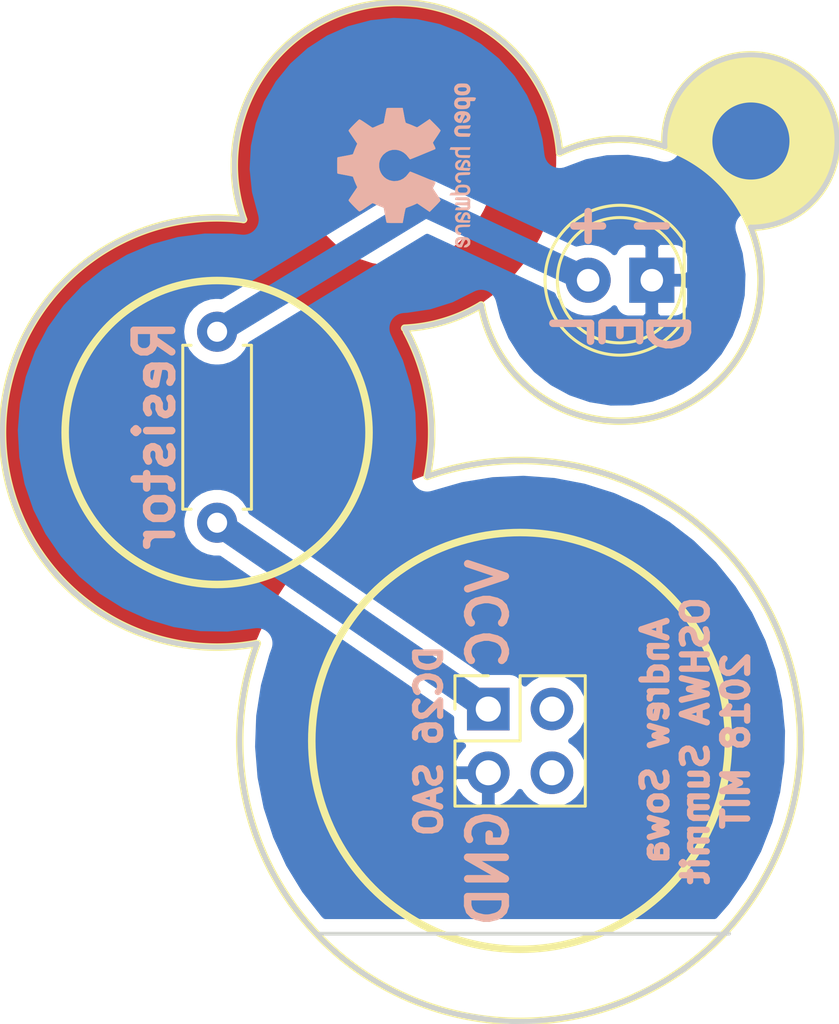
<source format=kicad_pcb>
(kicad_pcb (version 20171130) (host pcbnew 5.0.0-fee4fd1~65~ubuntu17.10.1)

  (general
    (thickness 1.6)
    (drawings 51)
    (tracks 3)
    (zones 0)
    (modules 5)
    (nets 6)
  )

  (page A4)
  (layers
    (0 F.Cu signal)
    (31 B.Cu signal hide)
    (32 B.Adhes user hide)
    (33 F.Adhes user hide)
    (34 B.Paste user hide)
    (35 F.Paste user hide)
    (36 B.SilkS user hide)
    (37 F.SilkS user hide)
    (38 B.Mask user hide)
    (39 F.Mask user hide)
    (40 Dwgs.User user hide)
    (41 Cmts.User user hide)
    (42 Eco1.User user hide)
    (43 Eco2.User user hide)
    (44 Edge.Cuts user)
    (45 Margin user hide)
    (46 B.CrtYd user hide)
    (47 F.CrtYd user hide)
    (48 B.Fab user hide)
    (49 F.Fab user hide)
  )

  (setup
    (last_trace_width 1)
    (trace_clearance 0.2)
    (zone_clearance 0.508)
    (zone_45_only yes)
    (trace_min 0.2)
    (segment_width 0.15)
    (edge_width 0.15)
    (via_size 0.8)
    (via_drill 0.4)
    (via_min_size 0.4)
    (via_min_drill 0.3)
    (uvia_size 0.3)
    (uvia_drill 0.1)
    (uvias_allowed no)
    (uvia_min_size 0.2)
    (uvia_min_drill 0.1)
    (pcb_text_width 0.3)
    (pcb_text_size 1.5 1.5)
    (mod_edge_width 0.15)
    (mod_text_size 1 1)
    (mod_text_width 0.15)
    (pad_size 3 3)
    (pad_drill 3)
    (pad_to_mask_clearance 0.2)
    (aux_axis_origin 0 0)
    (visible_elements 7FFFFFFF)
    (pcbplotparams
      (layerselection 0x010fc_ffffffff)
      (usegerberextensions false)
      (usegerberattributes false)
      (usegerberadvancedattributes false)
      (creategerberjobfile false)
      (excludeedgelayer true)
      (linewidth 0.100000)
      (plotframeref false)
      (viasonmask false)
      (mode 1)
      (useauxorigin false)
      (hpglpennumber 1)
      (hpglpenspeed 20)
      (hpglpendiameter 15.000000)
      (psnegative false)
      (psa4output false)
      (plotreference true)
      (plotvalue true)
      (plotinvisibletext false)
      (padsonsilk false)
      (subtractmaskfromsilk false)
      (outputformat 1)
      (mirror false)
      (drillshape 0)
      (scaleselection 1)
      (outputdirectory "Gerber/"))
  )

  (net 0 "")
  (net 1 "Net-(D1-Pad1)")
  (net 2 "Net-(D1-Pad2)")
  (net 3 "Net-(J1-Pad1)")
  (net 4 "Net-(J1-Pad4)")
  (net 5 "Net-(J1-Pad2)")

  (net_class Default "This is the default net class."
    (clearance 0.2)
    (trace_width 1)
    (via_dia 0.8)
    (via_drill 0.4)
    (uvia_dia 0.3)
    (uvia_drill 0.1)
    (add_net "Net-(D1-Pad1)")
    (add_net "Net-(D1-Pad2)")
    (add_net "Net-(J1-Pad1)")
    (add_net "Net-(J1-Pad2)")
    (add_net "Net-(J1-Pad4)")
  )

  (module Connector_PinHeader_2.54mm:PinHeader_2x02_P2.54mm_Vertical (layer F.Cu) (tedit 5B88D7F3) (tstamp 5B9517B4)
    (at 18.73 27.73)
    (descr "Through hole straight pin header, 2x02, 2.54mm pitch, double rows")
    (tags "Through hole pin header THT 2x02 2.54mm double row")
    (path /5B88BB8C)
    (fp_text reference J1 (at 1.27 -2.33) (layer F.SilkS) hide
      (effects (font (size 1 1) (thickness 0.15)))
    )
    (fp_text value Conn_02x02_Counter_Clockwise (at 1.27 4.87) (layer F.Fab)
      (effects (font (size 1 1) (thickness 0.15)))
    )
    (fp_line (start 0 -1.27) (end 3.81 -1.27) (layer F.Fab) (width 0.1))
    (fp_line (start 3.81 -1.27) (end 3.81 3.81) (layer F.Fab) (width 0.1))
    (fp_line (start 3.81 3.81) (end -1.27 3.81) (layer F.Fab) (width 0.1))
    (fp_line (start -1.27 3.81) (end -1.27 0) (layer F.Fab) (width 0.1))
    (fp_line (start -1.27 0) (end 0 -1.27) (layer F.Fab) (width 0.1))
    (fp_line (start -1.33 3.87) (end 3.87 3.87) (layer F.SilkS) (width 0.12))
    (fp_line (start -1.33 1.27) (end -1.33 3.87) (layer F.SilkS) (width 0.12))
    (fp_line (start 3.87 -1.33) (end 3.87 3.87) (layer F.SilkS) (width 0.12))
    (fp_line (start -1.33 1.27) (end 1.27 1.27) (layer F.SilkS) (width 0.12))
    (fp_line (start 1.27 1.27) (end 1.27 -1.33) (layer F.SilkS) (width 0.12))
    (fp_line (start 1.27 -1.33) (end 3.87 -1.33) (layer F.SilkS) (width 0.12))
    (fp_line (start -1.33 0) (end -1.33 -1.33) (layer F.SilkS) (width 0.12))
    (fp_line (start -1.33 -1.33) (end 0 -1.33) (layer F.SilkS) (width 0.12))
    (fp_line (start -1.8 -1.8) (end -1.8 4.35) (layer F.CrtYd) (width 0.05))
    (fp_line (start -1.8 4.35) (end 4.35 4.35) (layer F.CrtYd) (width 0.05))
    (fp_line (start 4.35 4.35) (end 4.35 -1.8) (layer F.CrtYd) (width 0.05))
    (fp_line (start 4.35 -1.8) (end -1.8 -1.8) (layer F.CrtYd) (width 0.05))
    (fp_text user %R (at 1.27 1.27 90) (layer F.Fab)
      (effects (font (size 1 1) (thickness 0.15)))
    )
    (pad 1 thru_hole rect (at 0 0) (size 1.7 1.7) (drill 1) (layers *.Cu *.Mask)
      (net 3 "Net-(J1-Pad1)"))
    (pad 2 thru_hole oval (at 2.54 0) (size 1.7 1.7) (drill 1) (layers *.Cu *.Mask)
      (net 5 "Net-(J1-Pad2)"))
    (pad 3 thru_hole oval (at 0 2.54) (size 1.7 1.7) (drill 1) (layers *.Cu *.Mask)
      (net 1 "Net-(D1-Pad1)"))
    (pad 4 thru_hole oval (at 2.54 2.54) (size 1.7 1.7) (drill 1) (layers *.Cu *.Mask)
      (net 4 "Net-(J1-Pad4)"))
    (model ${KISYS3DMOD}/Connector_PinHeader_2.54mm.3dshapes/PinHeader_2x02_P2.54mm_Vertical.wrl
      (at (xyz 0 0 0))
      (scale (xyz 1 1 1))
      (rotate (xyz 0 0 0))
    )
  )

  (module LED_THT:LED_D5.0mm_Clear (layer F.Cu) (tedit 5B88CB70) (tstamp 5B9505DF)
    (at 25.255115 10.622036 180)
    (descr "LED, diameter 5.0mm, 2 pins, http://cdn-reichelt.de/documents/datenblatt/A500/LL-504BC2E-009.pdf")
    (tags "LED diameter 5.0mm 2 pins")
    (path /5B88BC73)
    (fp_text reference D1 (at 1.27 -3.96 180) (layer F.SilkS) hide
      (effects (font (size 1 1) (thickness 0.15)))
    )
    (fp_text value LED (at 1.27 3.96 180) (layer F.Fab)
      (effects (font (size 1 1) (thickness 0.15)))
    )
    (fp_text user %R (at 1.25 0 180) (layer F.Fab)
      (effects (font (size 0.8 0.8) (thickness 0.2)))
    )
    (fp_line (start -1.23 -1.469694) (end -1.23 1.469694) (layer F.Fab) (width 0.1))
    (fp_line (start -1.29 -1.545) (end -1.29 1.545) (layer F.SilkS) (width 0.12))
    (fp_line (start -1.95 -3.25) (end -1.95 3.25) (layer F.CrtYd) (width 0.05))
    (fp_line (start -1.95 3.25) (end 4.5 3.25) (layer F.CrtYd) (width 0.05))
    (fp_line (start 4.5 3.25) (end 4.5 -3.25) (layer F.CrtYd) (width 0.05))
    (fp_line (start 4.5 -3.25) (end -1.95 -3.25) (layer F.CrtYd) (width 0.05))
    (fp_circle (center 1.27 0) (end 3.77 0) (layer F.Fab) (width 0.1))
    (fp_circle (center 1.27 0) (end 3.77 0) (layer F.SilkS) (width 0.12))
    (fp_arc (start 1.27 0) (end -1.23 -1.469694) (angle 299.1) (layer F.Fab) (width 0.1))
    (fp_arc (start 1.27 0) (end -1.29 -1.54483) (angle 148.9) (layer F.SilkS) (width 0.12))
    (fp_arc (start 1.27 0) (end -1.29 1.54483) (angle -148.9) (layer F.SilkS) (width 0.12))
    (pad 1 thru_hole rect (at 0 0 180) (size 1.8 1.8) (drill 0.9) (layers *.Cu *.Mask)
      (net 1 "Net-(D1-Pad1)"))
    (pad 2 thru_hole circle (at 2.54 0 180) (size 1.8 1.8) (drill 0.9) (layers *.Cu *.Mask)
      (net 2 "Net-(D1-Pad2)"))
    (model ${KISYS3DMOD}/LED_THT.3dshapes/LED_D5.0mm_Clear.wrl
      (at (xyz 0 0 0))
      (scale (xyz 1 1 1))
      (rotate (xyz 0 0 0))
    )
  )

  (module Resistor_THT:R_Axial_DIN0207_L6.3mm_D2.5mm_P7.62mm_Horizontal (layer F.Cu) (tedit 5B88CBE3) (tstamp 5B950FAF)
    (at 7.909315 20.29643 90)
    (descr "Resistor, Axial_DIN0207 series, Axial, Horizontal, pin pitch=7.62mm, 0.25W = 1/4W, length*diameter=6.3*2.5mm^2, http://cdn-reichelt.de/documents/datenblatt/B400/1_4W%23YAG.pdf")
    (tags "Resistor Axial_DIN0207 series Axial Horizontal pin pitch 7.62mm 0.25W = 1/4W length 6.3mm diameter 2.5mm")
    (path /5B88BD73)
    (fp_text reference R1 (at 3.81 -2.37 90) (layer F.SilkS) hide
      (effects (font (size 1 1) (thickness 0.15)))
    )
    (fp_text value R (at 3.81 2.37 90) (layer F.Fab)
      (effects (font (size 1 1) (thickness 0.15)))
    )
    (fp_line (start 0.66 -1.25) (end 0.66 1.25) (layer F.Fab) (width 0.1))
    (fp_line (start 0.66 1.25) (end 6.96 1.25) (layer F.Fab) (width 0.1))
    (fp_line (start 6.96 1.25) (end 6.96 -1.25) (layer F.Fab) (width 0.1))
    (fp_line (start 6.96 -1.25) (end 0.66 -1.25) (layer F.Fab) (width 0.1))
    (fp_line (start 0 0) (end 0.66 0) (layer F.Fab) (width 0.1))
    (fp_line (start 7.62 0) (end 6.96 0) (layer F.Fab) (width 0.1))
    (fp_line (start 0.54 -1.04) (end 0.54 -1.37) (layer F.SilkS) (width 0.12))
    (fp_line (start 0.54 -1.37) (end 7.08 -1.37) (layer F.SilkS) (width 0.12))
    (fp_line (start 7.08 -1.37) (end 7.08 -1.04) (layer F.SilkS) (width 0.12))
    (fp_line (start 0.54 1.04) (end 0.54 1.37) (layer F.SilkS) (width 0.12))
    (fp_line (start 0.54 1.37) (end 7.08 1.37) (layer F.SilkS) (width 0.12))
    (fp_line (start 7.08 1.37) (end 7.08 1.04) (layer F.SilkS) (width 0.12))
    (fp_line (start -1.05 -1.5) (end -1.05 1.5) (layer F.CrtYd) (width 0.05))
    (fp_line (start -1.05 1.5) (end 8.67 1.5) (layer F.CrtYd) (width 0.05))
    (fp_line (start 8.67 1.5) (end 8.67 -1.5) (layer F.CrtYd) (width 0.05))
    (fp_line (start 8.67 -1.5) (end -1.05 -1.5) (layer F.CrtYd) (width 0.05))
    (fp_text user %R (at 3.81 0 90) (layer F.Fab)
      (effects (font (size 1 1) (thickness 0.15)))
    )
    (pad 1 thru_hole circle (at 0 0 90) (size 1.6 1.6) (drill 0.8) (layers *.Cu *.Mask)
      (net 3 "Net-(J1-Pad1)"))
    (pad 2 thru_hole oval (at 7.62 0 90) (size 1.6 1.6) (drill 0.8) (layers *.Cu *.Mask)
      (net 2 "Net-(D1-Pad2)"))
    (model ${KISYS3DMOD}/Resistor_THT.3dshapes/R_Axial_DIN0207_L6.3mm_D2.5mm_P7.62mm_Horizontal.wrl
      (at (xyz 0 0 0))
      (scale (xyz 1 1 1))
      (rotate (xyz 0 0 0))
    )
  )

  (module Connector_Pin:ART_OSHWA_CIRCLES (layer F.Cu) (tedit 0) (tstamp 5BA111FE)
    (at 15.98 19.77)
    (fp_text reference G*** (at 0 0) (layer F.SilkS) hide
      (effects (font (size 1.524 1.524) (thickness 0.3)))
    )
    (fp_text value ART_OSHWA_CIRCLES (at 0.75 0) (layer F.SilkS) hide
      (effects (font (size 1.524 1.524) (thickness 0.3)))
    )
    (fp_poly (pts (xy 13.887129 -18.122675) (xy 14.012333 -18.095658) (xy 14.278091 -18.012672) (xy 14.576088 -17.886275)
      (xy 14.877018 -17.731198) (xy 15.15157 -17.562171) (xy 15.31605 -17.440439) (xy 15.658234 -17.113646)
      (xy 15.964755 -16.728078) (xy 16.223411 -16.303408) (xy 16.422001 -15.859308) (xy 16.536333 -15.472834)
      (xy 16.586759 -15.148818) (xy 16.609238 -14.782629) (xy 16.603763 -14.408144) (xy 16.570329 -14.059239)
      (xy 16.536598 -13.875175) (xy 16.377602 -13.355432) (xy 16.149116 -12.876259) (xy 15.856787 -12.443561)
      (xy 15.506261 -12.063244) (xy 15.103184 -11.741213) (xy 14.653203 -11.483373) (xy 14.161965 -11.29563)
      (xy 14.037311 -11.26134) (xy 13.843187 -11.219338) (xy 13.64647 -11.188872) (xy 13.48741 -11.176077)
      (xy 13.477571 -11.176) (xy 13.252686 -11.176) (xy 13.157527 -11.39825) (xy 12.874196 -11.965893)
      (xy 12.526091 -12.504749) (xy 12.12228 -13.005824) (xy 11.671829 -13.460124) (xy 11.183806 -13.858656)
      (xy 10.667277 -14.192425) (xy 10.13131 -14.452438) (xy 10.043974 -14.48674) (xy 9.694333 -14.619552)
      (xy 9.694333 -14.650659) (xy 11.497358 -14.650659) (xy 11.52501 -14.310208) (xy 11.61507 -13.983116)
      (xy 11.765526 -13.679677) (xy 11.974367 -13.410187) (xy 12.239581 -13.184941) (xy 12.559156 -13.014233)
      (xy 12.628026 -12.988038) (xy 12.885913 -12.929982) (xy 13.180866 -12.917569) (xy 13.47974 -12.949124)
      (xy 13.749392 -13.02297) (xy 13.808081 -13.047717) (xy 14.121317 -13.235564) (xy 14.381112 -13.479963)
      (xy 14.583979 -13.769111) (xy 14.726435 -14.091203) (xy 14.804994 -14.434434) (xy 14.816171 -14.786999)
      (xy 14.75648 -15.137094) (xy 14.622437 -15.472914) (xy 14.55719 -15.585085) (xy 14.370484 -15.826175)
      (xy 14.136157 -16.049363) (xy 13.883063 -16.228886) (xy 13.767564 -16.290046) (xy 13.630997 -16.347442)
      (xy 13.504988 -16.381538) (xy 13.358584 -16.397902) (xy 13.160831 -16.402099) (xy 13.1445 -16.402081)
      (xy 12.944369 -16.397951) (xy 12.798195 -16.382653) (xy 12.67544 -16.350417) (xy 12.545564 -16.295474)
      (xy 12.523037 -16.284653) (xy 12.366188 -16.191993) (xy 12.19274 -16.064595) (xy 12.05108 -15.940154)
      (xy 11.808976 -15.649217) (xy 11.63733 -15.330458) (xy 11.534128 -14.994174) (xy 11.497358 -14.650659)
      (xy 9.694333 -14.650659) (xy 9.694333 -14.841386) (xy 9.726908 -15.229078) (xy 9.820154 -15.645326)
      (xy 9.967355 -16.06743) (xy 10.161793 -16.472688) (xy 10.193712 -16.529056) (xy 10.307934 -16.694582)
      (xy 10.472987 -16.892609) (xy 10.671353 -17.105669) (xy 10.885512 -17.316295) (xy 11.097946 -17.50702)
      (xy 11.291137 -17.660375) (xy 11.40261 -17.73442) (xy 11.848421 -17.949493) (xy 12.334319 -18.097868)
      (xy 12.845763 -18.177531) (xy 13.368213 -18.186471) (xy 13.887129 -18.122675)) (layer F.SilkS) (width 0.01))
    (fp_poly (pts (xy -0.697929 -20.26809) (xy -0.350691 -20.255278) (xy -0.029231 -20.233479) (xy 0.245718 -20.203125)
      (xy 0.422524 -20.172019) (xy 1.118503 -19.973534) (xy 1.782369 -19.70099) (xy 2.408703 -19.35944)
      (xy 2.992086 -18.953939) (xy 3.5271 -18.489544) (xy 4.008327 -17.971309) (xy 4.430347 -17.40429)
      (xy 4.787743 -16.793541) (xy 5.075096 -16.144118) (xy 5.225356 -15.691211) (xy 5.31092 -15.375233)
      (xy 5.374379 -15.087404) (xy 5.417994 -14.806882) (xy 5.444026 -14.512824) (xy 5.454735 -14.184386)
      (xy 5.452382 -13.800727) (xy 5.448476 -13.634031) (xy 5.421997 -13.084366) (xy 5.371378 -12.598113)
      (xy 5.292263 -12.156361) (xy 5.180296 -11.7402) (xy 5.031121 -11.330719) (xy 4.840382 -10.909009)
      (xy 4.803808 -10.835336) (xy 4.523599 -10.342305) (xy 4.183998 -9.852442) (xy 3.801201 -9.385266)
      (xy 3.391405 -8.960298) (xy 2.970807 -8.597059) (xy 2.90523 -8.547194) (xy 2.74646 -8.428218)
      (xy 2.602264 -8.319182) (xy 2.493445 -8.235865) (xy 2.455333 -8.206017) (xy 2.332136 -8.12369)
      (xy 2.149587 -8.021909) (xy 1.927803 -7.910424) (xy 1.686903 -7.798984) (xy 1.447005 -7.697339)
      (xy 1.256809 -7.625183) (xy 0.892864 -7.513542) (xy 0.483007 -7.41576) (xy 0.065809 -7.34015)
      (xy -0.245445 -7.301388) (xy -0.392251 -7.284028) (xy -0.496934 -7.264793) (xy -0.539899 -7.247431)
      (xy -0.53974 -7.245084) (xy -0.192908 -6.514564) (xy 0.085422 -5.745886) (xy 0.293425 -4.950129)
      (xy 0.429279 -4.138373) (xy 0.491159 -3.321695) (xy 0.477243 -2.511176) (xy 0.385705 -1.717893)
      (xy 0.377745 -1.671317) (xy 0.332451 -1.411222) (xy -0.140691 -1.230147) (xy -0.68841 -0.998798)
      (xy -1.255676 -0.719445) (xy -1.81896 -0.405509) (xy -2.354733 -0.07041) (xy -2.839466 0.272431)
      (xy -3.013168 0.408222) (xy -3.151496 0.518344) (xy -3.261474 0.602936) (xy -3.329309 0.651566)
      (xy -3.344334 0.658668) (xy -3.321941 0.618759) (xy -3.261781 0.525429) (xy -3.174387 0.394799)
      (xy -3.116741 0.310291) (xy -2.79289 -0.223069) (xy -2.534544 -0.788101) (xy -2.336092 -1.398436)
      (xy -2.235664 -1.830373) (xy -2.181644 -2.185626) (xy -2.147996 -2.593033) (xy -2.134689 -3.027554)
      (xy -2.141689 -3.464148) (xy -2.168964 -3.877772) (xy -2.216482 -4.243387) (xy -2.238942 -4.360334)
      (xy -2.424197 -5.045863) (xy -2.678689 -5.685056) (xy -3.00505 -6.282573) (xy -3.405913 -6.843078)
      (xy -3.883911 -7.371232) (xy -4.005833 -7.489374) (xy -4.551284 -7.955107) (xy -5.119561 -8.340094)
      (xy -5.71445 -8.645834) (xy -6.339737 -8.873827) (xy -6.999206 -9.02557) (xy -7.696644 -9.102565)
      (xy -8.106834 -9.113589) (xy -8.823917 -9.078184) (xy -9.49571 -8.972484) (xy -10.12655 -8.794794)
      (xy -10.720773 -8.543415) (xy -11.282718 -8.21665) (xy -11.81672 -7.812803) (xy -12.11104 -7.546721)
      (xy -12.601905 -7.028095) (xy -13.012828 -6.490076) (xy -13.34732 -5.927553) (xy -13.582854 -5.404033)
      (xy -13.794471 -4.748397) (xy -13.932942 -4.071159) (xy -13.998662 -3.382783) (xy -13.992024 -2.693733)
      (xy -13.913425 -2.014473) (xy -13.763259 -1.355466) (xy -13.541921 -0.727178) (xy -13.394249 -0.406951)
      (xy -13.2105 -0.066689) (xy -13.013857 0.242562) (xy -12.789463 0.540712) (xy -12.522462 0.847668)
      (xy -12.235548 1.145812) (xy -11.811172 1.544629) (xy -11.399209 1.874614) (xy -10.98445 2.146971)
      (xy -10.600301 2.350135) (xy -9.977221 2.599808) (xy -9.320523 2.775947) (xy -8.64017 2.877605)
      (xy -7.946127 2.903838) (xy -7.248359 2.853698) (xy -6.580278 2.731887) (xy -6.014592 2.568227)
      (xy -5.488887 2.353474) (xy -4.977768 2.076264) (xy -4.669786 1.876772) (xy -4.532626 1.783484)
      (xy -4.456902 1.735615) (xy -4.434264 1.730647) (xy -4.456362 1.766059) (xy -4.504867 1.826998)
      (xy -5.096805 2.607475) (xy -5.60677 3.384789) (xy -6.037159 4.162882) (xy -6.37103 4.897839)
      (xy -6.433811 5.053551) (xy -6.485011 5.16508) (xy -6.539631 5.241168) (xy -6.612671 5.290558)
      (xy -6.719132 5.321993) (xy -6.874014 5.344216) (xy -7.092317 5.365968) (xy -7.190569 5.375491)
      (xy -7.413299 5.392165) (xy -7.678365 5.403882) (xy -7.962096 5.410402) (xy -8.240823 5.411486)
      (xy -8.490877 5.406894) (xy -8.688587 5.396387) (xy -8.741834 5.391175) (xy -8.840226 5.379724)
      (xy -8.995753 5.361643) (xy -9.181451 5.340068) (xy -9.266634 5.330175) (xy -10.017536 5.201983)
      (xy -10.766687 4.994607) (xy -11.503985 4.713114) (xy -12.219325 4.362576) (xy -12.902605 3.948059)
      (xy -13.543723 3.474634) (xy -14.132576 2.94737) (xy -14.248234 2.830706) (xy -14.80635 2.196432)
      (xy -15.2923 1.519569) (xy -15.704675 0.804022) (xy -16.042067 0.053698) (xy -16.303067 -0.727499)
      (xy -16.486268 -1.535662) (xy -16.59026 -2.366887) (xy -16.613636 -3.217267) (xy -16.59304 -3.671805)
      (xy -16.493339 -4.521127) (xy -16.317595 -5.3416) (xy -16.06915 -6.129341) (xy -15.751345 -6.880468)
      (xy -15.367523 -7.591099) (xy -14.921025 -8.257352) (xy -14.415193 -8.875345) (xy -13.85337 -9.441196)
      (xy -13.238897 -9.951023) (xy -12.575116 -10.400942) (xy -11.86537 -10.787074) (xy -11.112999 -11.105534)
      (xy -10.321347 -11.352441) (xy -9.896215 -11.451073) (xy -9.359009 -11.542036) (xy -8.7942 -11.602702)
      (xy -8.233068 -11.630877) (xy -7.706893 -11.62437) (xy -7.5565 -11.615024) (xy -7.350538 -11.600176)
      (xy -7.177473 -11.589104) (xy -7.05348 -11.58274) (xy -6.994732 -11.582014) (xy -6.992311 -11.582569)
      (xy -6.99647 -11.624506) (xy -7.019743 -11.727903) (xy -7.057528 -11.872939) (xy -7.070967 -11.921465)
      (xy -7.227462 -12.627154) (xy -7.306936 -13.345022) (xy -7.307921 -13.531157) (xy -4.770738 -13.531157)
      (xy -4.71238 -12.974603) (xy -4.581554 -12.431022) (xy -4.378035 -11.910208) (xy -4.101597 -11.421957)
      (xy -4.092795 -11.408834) (xy -3.738105 -10.954222) (xy -3.33402 -10.565825) (xy -2.886426 -10.246356)
      (xy -2.40121 -9.998526) (xy -1.884258 -9.825046) (xy -1.341458 -9.728627) (xy -0.778695 -9.711982)
      (xy -0.464557 -9.737601) (xy 0.083056 -9.845339) (xy 0.604367 -10.030532) (xy 1.092497 -10.288225)
      (xy 1.540565 -10.613465) (xy 1.941691 -11.001296) (xy 2.288993 -11.446765) (xy 2.561764 -11.916721)
      (xy 2.689689 -12.189149) (xy 2.785792 -12.433363) (xy 2.854274 -12.669738) (xy 2.899335 -12.918647)
      (xy 2.925175 -13.200464) (xy 2.935995 -13.53556) (xy 2.93708 -13.737167) (xy 2.935999 -14.016341)
      (xy 2.932044 -14.229023) (xy 2.923364 -14.393386) (xy 2.908105 -14.527598) (xy 2.884414 -14.64983)
      (xy 2.850438 -14.778252) (xy 2.820766 -14.877558) (xy 2.622236 -15.397755) (xy 2.357243 -15.889063)
      (xy 2.034046 -16.342568) (xy 1.660905 -16.749359) (xy 1.246078 -17.10052) (xy 0.797826 -17.387141)
      (xy 0.324408 -17.600306) (xy 0.284873 -17.614202) (xy -0.248262 -17.754259) (xy -0.791405 -17.813628)
      (xy -1.33454 -17.792701) (xy -1.867649 -17.691875) (xy -2.380714 -17.511542) (xy -2.386325 -17.509066)
      (xy -2.713821 -17.333819) (xy -3.055825 -17.096272) (xy -3.393753 -16.812057) (xy -3.709021 -16.496807)
      (xy -3.983045 -16.166153) (xy -3.983388 -16.165691) (xy -4.283992 -15.691198) (xy -4.513254 -15.180704)
      (xy -4.67095 -14.644002) (xy -4.756853 -14.090888) (xy -4.770738 -13.531157) (xy -7.307921 -13.531157)
      (xy -7.310753 -14.066013) (xy -7.240278 -14.781071) (xy -7.096874 -15.48114) (xy -6.881908 -16.157165)
      (xy -6.596743 -16.800089) (xy -6.246103 -17.395857) (xy -5.789243 -18.006306) (xy -5.284668 -18.548985)
      (xy -4.73508 -19.022125) (xy -4.143182 -19.423956) (xy -3.511679 -19.752709) (xy -2.843272 -20.006615)
      (xy -2.140665 -20.183905) (xy -1.930047 -20.22087) (xy -1.687006 -20.248307) (xy -1.386818 -20.265035)
      (xy -1.050215 -20.271486) (xy -0.697929 -20.26809)) (layer F.Cu) (width 0.01))
    (fp_poly (pts (xy 13.887129 -18.122675) (xy 14.012333 -18.095658) (xy 14.278091 -18.012672) (xy 14.576088 -17.886275)
      (xy 14.877018 -17.731198) (xy 15.15157 -17.562171) (xy 15.31605 -17.440439) (xy 15.658234 -17.113646)
      (xy 15.964755 -16.728078) (xy 16.223411 -16.303408) (xy 16.422001 -15.859308) (xy 16.536333 -15.472834)
      (xy 16.586759 -15.148818) (xy 16.609238 -14.782629) (xy 16.603763 -14.408144) (xy 16.570329 -14.059239)
      (xy 16.536598 -13.875175) (xy 16.377602 -13.355432) (xy 16.149116 -12.876259) (xy 15.856787 -12.443561)
      (xy 15.506261 -12.063244) (xy 15.103184 -11.741213) (xy 14.653203 -11.483373) (xy 14.161965 -11.29563)
      (xy 14.037311 -11.26134) (xy 13.843187 -11.219338) (xy 13.64647 -11.188872) (xy 13.48741 -11.176077)
      (xy 13.477571 -11.176) (xy 13.252686 -11.176) (xy 13.157527 -11.39825) (xy 12.874196 -11.965893)
      (xy 12.526091 -12.504749) (xy 12.12228 -13.005824) (xy 11.671829 -13.460124) (xy 11.183806 -13.858656)
      (xy 10.667277 -14.192425) (xy 10.13131 -14.452438) (xy 10.043974 -14.48674) (xy 9.694333 -14.619552)
      (xy 9.694333 -14.650659) (xy 11.497358 -14.650659) (xy 11.52501 -14.310208) (xy 11.61507 -13.983116)
      (xy 11.765526 -13.679677) (xy 11.974367 -13.410187) (xy 12.239581 -13.184941) (xy 12.559156 -13.014233)
      (xy 12.628026 -12.988038) (xy 12.885913 -12.929982) (xy 13.180866 -12.917569) (xy 13.47974 -12.949124)
      (xy 13.749392 -13.02297) (xy 13.808081 -13.047717) (xy 14.121317 -13.235564) (xy 14.381112 -13.479963)
      (xy 14.583979 -13.769111) (xy 14.726435 -14.091203) (xy 14.804994 -14.434434) (xy 14.816171 -14.786999)
      (xy 14.75648 -15.137094) (xy 14.622437 -15.472914) (xy 14.55719 -15.585085) (xy 14.370484 -15.826175)
      (xy 14.136157 -16.049363) (xy 13.883063 -16.228886) (xy 13.767564 -16.290046) (xy 13.630997 -16.347442)
      (xy 13.504988 -16.381538) (xy 13.358584 -16.397902) (xy 13.160831 -16.402099) (xy 13.1445 -16.402081)
      (xy 12.944369 -16.397951) (xy 12.798195 -16.382653) (xy 12.67544 -16.350417) (xy 12.545564 -16.295474)
      (xy 12.523037 -16.284653) (xy 12.366188 -16.191993) (xy 12.19274 -16.064595) (xy 12.05108 -15.940154)
      (xy 11.808976 -15.649217) (xy 11.63733 -15.330458) (xy 11.534128 -14.994174) (xy 11.497358 -14.650659)
      (xy 9.694333 -14.650659) (xy 9.694333 -14.841386) (xy 9.726908 -15.229078) (xy 9.820154 -15.645326)
      (xy 9.967355 -16.06743) (xy 10.161793 -16.472688) (xy 10.193712 -16.529056) (xy 10.307934 -16.694582)
      (xy 10.472987 -16.892609) (xy 10.671353 -17.105669) (xy 10.885512 -17.316295) (xy 11.097946 -17.50702)
      (xy 11.291137 -17.660375) (xy 11.40261 -17.73442) (xy 11.848421 -17.949493) (xy 12.334319 -18.097868)
      (xy 12.845763 -18.177531) (xy 13.368213 -18.186471) (xy 13.887129 -18.122675)) (layer F.Cu) (width 0.01))
    (fp_poly (pts (xy -0.671205 -20.273567) (xy -0.325188 -20.260966) (xy -0.020897 -20.2375) (xy 0.149429 -20.215326)
      (xy 0.851967 -20.059339) (xy 1.524192 -19.825353) (xy 2.162595 -19.515683) (xy 2.763667 -19.13264)
      (xy 3.323901 -18.678538) (xy 3.839788 -18.155691) (xy 4.30782 -17.56641) (xy 4.425769 -17.395857)
      (xy 4.759055 -16.834172) (xy 5.036119 -16.231568) (xy 5.250285 -15.606444) (xy 5.394875 -14.977198)
      (xy 5.447964 -14.57923) (xy 5.472126 -14.320627) (xy 5.827635 -14.465566) (xy 6.404468 -14.66092)
      (xy 7.018334 -14.795828) (xy 7.650275 -14.868705) (xy 8.281332 -14.877963) (xy 8.892546 -14.822016)
      (xy 9.258269 -14.752719) (xy 9.466315 -14.694117) (xy 9.722043 -14.606652) (xy 9.998282 -14.501025)
      (xy 10.267861 -14.387938) (xy 10.503609 -14.278094) (xy 10.62262 -14.215324) (xy 11.199081 -13.843326)
      (xy 11.725612 -13.409777) (xy 12.197301 -12.921754) (xy 12.609237 -12.386334) (xy 12.956508 -11.810593)
      (xy 13.234203 -11.201606) (xy 13.437409 -10.56645) (xy 13.549784 -9.99809) (xy 13.570702 -9.774605)
      (xy 13.580996 -9.492992) (xy 13.581378 -9.175517) (xy 13.57256 -8.844446) (xy 13.555253 -8.522046)
      (xy 13.53017 -8.230583) (xy 13.498022 -7.992323) (xy 13.483219 -7.916334) (xy 13.301448 -7.262357)
      (xy 13.053319 -6.65546) (xy 12.734317 -6.087258) (xy 12.339921 -5.549366) (xy 12.006813 -5.176223)
      (xy 11.532071 -4.725497) (xy 11.046317 -4.35274) (xy 10.538023 -4.051252) (xy 9.995664 -3.814338)
      (xy 9.407713 -3.6353) (xy 9.3174 -3.613609) (xy 9.043862 -3.563852) (xy 8.711769 -3.52503)
      (xy 8.346664 -3.498295) (xy 7.974093 -3.484803) (xy 7.619599 -3.485706) (xy 7.308727 -3.502158)
      (xy 7.1755 -3.516868) (xy 6.814944 -3.582673) (xy 6.422742 -3.681532) (xy 6.039307 -3.802162)
      (xy 5.741832 -3.917106) (xy 5.175675 -4.205979) (xy 4.642665 -4.565165) (xy 4.14992 -4.986048)
      (xy 3.70456 -5.460013) (xy 3.313702 -5.978446) (xy 2.984467 -6.53273) (xy 2.723972 -7.114251)
      (xy 2.539337 -7.714394) (xy 2.515049 -7.822133) (xy 2.478692 -7.979167) (xy 2.445859 -8.096759)
      (xy 2.421897 -8.156622) (xy 2.416148 -8.160392) (xy 2.370436 -8.137095) (xy 2.266647 -8.083917)
      (xy 2.122001 -8.009688) (xy 2.010833 -7.952588) (xy 1.379827 -7.674231) (xy 0.71174 -7.466012)
      (xy 0.023366 -7.332752) (xy -0.257215 -7.301223) (xy -0.577929 -7.272768) (xy -0.753186 -7.567769)
      (xy -1.128801 -8.131315) (xy -1.575224 -8.682991) (xy -1.955614 -9.0805) (xy 4.734002 -9.0805)
      (xy 4.771686 -8.533445) (xy 4.882627 -8.027595) (xy 5.068718 -7.558596) (xy 5.331853 -7.122091)
      (xy 5.673927 -6.713724) (xy 5.829728 -6.560599) (xy 6.221694 -6.242848) (xy 6.635806 -6.003846)
      (xy 7.078557 -5.841272) (xy 7.556437 -5.752801) (xy 8.075936 -5.736113) (xy 8.128 -5.738191)
      (xy 8.352423 -5.756875) (xy 8.58978 -5.790061) (xy 8.796879 -5.83141) (xy 8.840412 -5.842709)
      (xy 9.31803 -6.018096) (xy 9.758893 -6.26532) (xy 10.156315 -6.577069) (xy 10.503606 -6.946032)
      (xy 10.794081 -7.364898) (xy 11.02105 -7.826356) (xy 11.177826 -8.323093) (xy 11.199267 -8.421552)
      (xy 11.236317 -8.692493) (xy 11.251956 -9.010865) (xy 11.246986 -9.347175) (xy 11.222206 -9.671928)
      (xy 11.178419 -9.955633) (xy 11.154906 -10.054167) (xy 10.989008 -10.512818) (xy 10.751797 -10.952338)
      (xy 10.453611 -11.361479) (xy 10.104792 -11.728995) (xy 9.715676 -12.043637) (xy 9.296604 -12.294157)
      (xy 8.967678 -12.433615) (xy 8.68959 -12.505967) (xy 8.359872 -12.55241) (xy 8.007943 -12.571522)
      (xy 7.663224 -12.56188) (xy 7.355132 -12.522061) (xy 7.314617 -12.513558) (xy 6.865516 -12.371604)
      (xy 6.432834 -12.152702) (xy 6.026813 -11.864345) (xy 5.657695 -11.514027) (xy 5.335721 -11.10924)
      (xy 5.279066 -11.024235) (xy 5.049446 -10.619635) (xy 4.886359 -10.211766) (xy 4.784387 -9.7813)
      (xy 4.73811 -9.308911) (xy 4.734002 -9.0805) (xy -1.955614 -9.0805) (xy -2.078619 -9.20904)
      (xy -2.625146 -9.695706) (xy -3.20097 -10.129233) (xy -3.568063 -10.366168) (xy -4.226321 -10.725848)
      (xy -4.912821 -11.0247) (xy -5.639987 -11.267182) (xy -6.420245 -11.457749) (xy -6.820444 -11.532629)
      (xy -6.973387 -11.558658) (xy -7.082058 -11.970579) (xy -7.234811 -12.703857) (xy -7.308929 -13.439989)
      (xy -7.308505 -13.531157) (xy -4.770738 -13.531157) (xy -4.71238 -12.974603) (xy -4.581554 -12.431022)
      (xy -4.378035 -11.910208) (xy -4.101597 -11.421957) (xy -4.092795 -11.408834) (xy -3.738105 -10.954222)
      (xy -3.33402 -10.565825) (xy -2.886426 -10.246356) (xy -2.40121 -9.998526) (xy -1.884258 -9.825046)
      (xy -1.341458 -9.728627) (xy -0.778695 -9.711982) (xy -0.464557 -9.737601) (xy 0.083056 -9.845339)
      (xy 0.604367 -10.030532) (xy 1.092497 -10.288225) (xy 1.540565 -10.613465) (xy 1.941691 -11.001296)
      (xy 2.288993 -11.446765) (xy 2.561764 -11.916721) (xy 2.689689 -12.189149) (xy 2.785792 -12.433363)
      (xy 2.854274 -12.669738) (xy 2.899335 -12.918647) (xy 2.925175 -13.200464) (xy 2.935995 -13.53556)
      (xy 2.93708 -13.737167) (xy 2.935999 -14.016341) (xy 2.932044 -14.229023) (xy 2.923364 -14.393386)
      (xy 2.908105 -14.527598) (xy 2.884414 -14.64983) (xy 2.850438 -14.778252) (xy 2.820766 -14.877558)
      (xy 2.622236 -15.397755) (xy 2.357243 -15.889063) (xy 2.034046 -16.342568) (xy 1.660905 -16.749359)
      (xy 1.246078 -17.10052) (xy 0.797826 -17.387141) (xy 0.324408 -17.600306) (xy 0.284873 -17.614202)
      (xy -0.248262 -17.754259) (xy -0.791405 -17.813628) (xy -1.33454 -17.792701) (xy -1.867649 -17.691875)
      (xy -2.380714 -17.511542) (xy -2.386325 -17.509066) (xy -2.713821 -17.333819) (xy -3.055825 -17.096272)
      (xy -3.393753 -16.812057) (xy -3.709021 -16.496807) (xy -3.983045 -16.166153) (xy -3.983388 -16.165691)
      (xy -4.283992 -15.691198) (xy -4.513254 -15.180704) (xy -4.67095 -14.644002) (xy -4.756853 -14.090888)
      (xy -4.770738 -13.531157) (xy -7.308505 -13.531157) (xy -7.305518 -14.171797) (xy -7.225684 -14.892099)
      (xy -7.070534 -15.593717) (xy -6.841173 -16.26947) (xy -6.538708 -16.912179) (xy -6.246103 -17.395857)
      (xy -5.791214 -18.003382) (xy -5.287784 -18.544756) (xy -4.739199 -19.017749) (xy -4.148841 -19.420129)
      (xy -3.520095 -19.749665) (xy -2.856343 -20.004127) (xy -2.16097 -20.181284) (xy -1.969763 -20.215326)
      (xy -1.708227 -20.246183) (xy -1.387863 -20.266176) (xy -1.03381 -20.275304) (xy -0.671205 -20.273567)) (layer F.Mask) (width 0.01))
  )

  (module Symbol:OSHW-Logo2_7.3x6mm_SilkScreen (layer B.Cu) (tedit 0) (tstamp 5BA11640)
    (at 15.46 6.043297 270)
    (descr "Open Source Hardware Symbol")
    (tags "Logo Symbol OSHW")
    (attr virtual)
    (fp_text reference REF** (at 0 0 270) (layer B.SilkS) hide
      (effects (font (size 1 1) (thickness 0.15)) (justify mirror))
    )
    (fp_text value OSHW-Logo2_7.3x6mm_SilkScreen (at 0.75 0 270) (layer B.Fab) hide
      (effects (font (size 1 1) (thickness 0.15)) (justify mirror))
    )
    (fp_poly (pts (xy 0.10391 2.757652) (xy 0.182454 2.757222) (xy 0.239298 2.756058) (xy 0.278105 2.753793)
      (xy 0.302538 2.75006) (xy 0.316262 2.744494) (xy 0.32294 2.736727) (xy 0.326236 2.726395)
      (xy 0.326556 2.725057) (xy 0.331562 2.700921) (xy 0.340829 2.653299) (xy 0.353392 2.587259)
      (xy 0.368287 2.507872) (xy 0.384551 2.420204) (xy 0.385119 2.417125) (xy 0.40141 2.331211)
      (xy 0.416652 2.255304) (xy 0.429861 2.193955) (xy 0.440054 2.151718) (xy 0.446248 2.133145)
      (xy 0.446543 2.132816) (xy 0.464788 2.123747) (xy 0.502405 2.108633) (xy 0.551271 2.090738)
      (xy 0.551543 2.090642) (xy 0.613093 2.067507) (xy 0.685657 2.038035) (xy 0.754057 2.008403)
      (xy 0.757294 2.006938) (xy 0.868702 1.956374) (xy 1.115399 2.12484) (xy 1.191077 2.176197)
      (xy 1.259631 2.222111) (xy 1.317088 2.25997) (xy 1.359476 2.287163) (xy 1.382825 2.301079)
      (xy 1.385042 2.302111) (xy 1.40201 2.297516) (xy 1.433701 2.275345) (xy 1.481352 2.234553)
      (xy 1.546198 2.174095) (xy 1.612397 2.109773) (xy 1.676214 2.046388) (xy 1.733329 1.988549)
      (xy 1.780305 1.939825) (xy 1.813703 1.90379) (xy 1.830085 1.884016) (xy 1.830694 1.882998)
      (xy 1.832505 1.869428) (xy 1.825683 1.847267) (xy 1.80854 1.813522) (xy 1.779393 1.7652)
      (xy 1.736555 1.699308) (xy 1.679448 1.614483) (xy 1.628766 1.539823) (xy 1.583461 1.47286)
      (xy 1.54615 1.417484) (xy 1.519452 1.37758) (xy 1.505985 1.357038) (xy 1.505137 1.355644)
      (xy 1.506781 1.335962) (xy 1.519245 1.297707) (xy 1.540048 1.248111) (xy 1.547462 1.232272)
      (xy 1.579814 1.16171) (xy 1.614328 1.081647) (xy 1.642365 1.012371) (xy 1.662568 0.960955)
      (xy 1.678615 0.921881) (xy 1.687888 0.901459) (xy 1.689041 0.899886) (xy 1.706096 0.897279)
      (xy 1.746298 0.890137) (xy 1.804302 0.879477) (xy 1.874763 0.866315) (xy 1.952335 0.851667)
      (xy 2.031672 0.836551) (xy 2.107431 0.821982) (xy 2.174264 0.808978) (xy 2.226828 0.798555)
      (xy 2.259776 0.79173) (xy 2.267857 0.789801) (xy 2.276205 0.785038) (xy 2.282506 0.774282)
      (xy 2.287045 0.753902) (xy 2.290104 0.720266) (xy 2.291967 0.669745) (xy 2.292918 0.598708)
      (xy 2.29324 0.503524) (xy 2.293257 0.464508) (xy 2.293257 0.147201) (xy 2.217057 0.132161)
      (xy 2.174663 0.124005) (xy 2.1114 0.112101) (xy 2.034962 0.097884) (xy 1.953043 0.08279)
      (xy 1.9304 0.078645) (xy 1.854806 0.063947) (xy 1.788953 0.049495) (xy 1.738366 0.036625)
      (xy 1.708574 0.026678) (xy 1.703612 0.023713) (xy 1.691426 0.002717) (xy 1.673953 -0.037967)
      (xy 1.654577 -0.090322) (xy 1.650734 -0.1016) (xy 1.625339 -0.171523) (xy 1.593817 -0.250418)
      (xy 1.562969 -0.321266) (xy 1.562817 -0.321595) (xy 1.511447 -0.432733) (xy 1.680399 -0.681253)
      (xy 1.849352 -0.929772) (xy 1.632429 -1.147058) (xy 1.566819 -1.211726) (xy 1.506979 -1.268733)
      (xy 1.456267 -1.315033) (xy 1.418046 -1.347584) (xy 1.395675 -1.363343) (xy 1.392466 -1.364343)
      (xy 1.373626 -1.356469) (xy 1.33518 -1.334578) (xy 1.28133 -1.301267) (xy 1.216276 -1.259131)
      (xy 1.14594 -1.211943) (xy 1.074555 -1.16381) (xy 1.010908 -1.121928) (xy 0.959041 -1.088871)
      (xy 0.922995 -1.067218) (xy 0.906867 -1.059543) (xy 0.887189 -1.066037) (xy 0.849875 -1.08315)
      (xy 0.802621 -1.107326) (xy 0.797612 -1.110013) (xy 0.733977 -1.141927) (xy 0.690341 -1.157579)
      (xy 0.663202 -1.157745) (xy 0.649057 -1.143204) (xy 0.648975 -1.143) (xy 0.641905 -1.125779)
      (xy 0.625042 -1.084899) (xy 0.599695 -1.023525) (xy 0.567171 -0.944819) (xy 0.528778 -0.851947)
      (xy 0.485822 -0.748072) (xy 0.444222 -0.647502) (xy 0.398504 -0.536516) (xy 0.356526 -0.433703)
      (xy 0.319548 -0.342215) (xy 0.288827 -0.265201) (xy 0.265622 -0.205815) (xy 0.25119 -0.167209)
      (xy 0.246743 -0.1528) (xy 0.257896 -0.136272) (xy 0.287069 -0.10993) (xy 0.325971 -0.080887)
      (xy 0.436757 0.010961) (xy 0.523351 0.116241) (xy 0.584716 0.232734) (xy 0.619815 0.358224)
      (xy 0.627608 0.490493) (xy 0.621943 0.551543) (xy 0.591078 0.678205) (xy 0.53792 0.790059)
      (xy 0.465767 0.885999) (xy 0.377917 0.964924) (xy 0.277665 1.02573) (xy 0.16831 1.067313)
      (xy 0.053147 1.088572) (xy -0.064525 1.088401) (xy -0.18141 1.065699) (xy -0.294211 1.019362)
      (xy -0.399631 0.948287) (xy -0.443632 0.908089) (xy -0.528021 0.804871) (xy -0.586778 0.692075)
      (xy -0.620296 0.57299) (xy -0.628965 0.450905) (xy -0.613177 0.329107) (xy -0.573322 0.210884)
      (xy -0.509793 0.099525) (xy -0.422979 -0.001684) (xy -0.325971 -0.080887) (xy -0.285563 -0.111162)
      (xy -0.257018 -0.137219) (xy -0.246743 -0.152825) (xy -0.252123 -0.169843) (xy -0.267425 -0.2105)
      (xy -0.291388 -0.271642) (xy -0.322756 -0.350119) (xy -0.360268 -0.44278) (xy -0.402667 -0.546472)
      (xy -0.444337 -0.647526) (xy -0.49031 -0.758607) (xy -0.532893 -0.861541) (xy -0.570779 -0.953165)
      (xy -0.60266 -1.030316) (xy -0.627229 -1.089831) (xy -0.64318 -1.128544) (xy -0.64909 -1.143)
      (xy -0.663052 -1.157685) (xy -0.69006 -1.157642) (xy -0.733587 -1.142099) (xy -0.79711 -1.110284)
      (xy -0.797612 -1.110013) (xy -0.84544 -1.085323) (xy -0.884103 -1.067338) (xy -0.905905 -1.059614)
      (xy -0.906867 -1.059543) (xy -0.923279 -1.067378) (xy -0.959513 -1.089165) (xy -1.011526 -1.122328)
      (xy -1.075275 -1.164291) (xy -1.14594 -1.211943) (xy -1.217884 -1.260191) (xy -1.282726 -1.302151)
      (xy -1.336265 -1.335227) (xy -1.374303 -1.356821) (xy -1.392467 -1.364343) (xy -1.409192 -1.354457)
      (xy -1.44282 -1.326826) (xy -1.48999 -1.284495) (xy -1.547342 -1.230505) (xy -1.611516 -1.167899)
      (xy -1.632503 -1.146983) (xy -1.849501 -0.929623) (xy -1.684332 -0.68722) (xy -1.634136 -0.612781)
      (xy -1.590081 -0.545972) (xy -1.554638 -0.490665) (xy -1.530281 -0.450729) (xy -1.519478 -0.430036)
      (xy -1.519162 -0.428563) (xy -1.524857 -0.409058) (xy -1.540174 -0.369822) (xy -1.562463 -0.31743)
      (xy -1.578107 -0.282355) (xy -1.607359 -0.215201) (xy -1.634906 -0.147358) (xy -1.656263 -0.090034)
      (xy -1.662065 -0.072572) (xy -1.678548 -0.025938) (xy -1.69466 0.010095) (xy -1.70351 0.023713)
      (xy -1.72304 0.032048) (xy -1.765666 0.043863) (xy -1.825855 0.057819) (xy -1.898078 0.072578)
      (xy -1.9304 0.078645) (xy -2.012478 0.093727) (xy -2.091205 0.108331) (xy -2.158891 0.12102)
      (xy -2.20784 0.130358) (xy -2.217057 0.132161) (xy -2.293257 0.147201) (xy -2.293257 0.464508)
      (xy -2.293086 0.568846) (xy -2.292384 0.647787) (xy -2.290866 0.704962) (xy -2.288251 0.744001)
      (xy -2.284254 0.768535) (xy -2.278591 0.782195) (xy -2.27098 0.788611) (xy -2.267857 0.789801)
      (xy -2.249022 0.79402) (xy -2.207412 0.802438) (xy -2.14837 0.814039) (xy -2.077243 0.827805)
      (xy -1.999375 0.84272) (xy -1.920113 0.857768) (xy -1.844802 0.871931) (xy -1.778787 0.884194)
      (xy -1.727413 0.893539) (xy -1.696025 0.89895) (xy -1.689041 0.899886) (xy -1.682715 0.912404)
      (xy -1.66871 0.945754) (xy -1.649645 0.993623) (xy -1.642366 1.012371) (xy -1.613004 1.084805)
      (xy -1.578429 1.16483) (xy -1.547463 1.232272) (xy -1.524677 1.283841) (xy -1.509518 1.326215)
      (xy -1.504458 1.352166) (xy -1.505264 1.355644) (xy -1.515959 1.372064) (xy -1.54038 1.408583)
      (xy -1.575905 1.461313) (xy -1.619913 1.526365) (xy -1.669783 1.599849) (xy -1.679644 1.614355)
      (xy -1.737508 1.700296) (xy -1.780044 1.765739) (xy -1.808946 1.813696) (xy -1.82591 1.84718)
      (xy -1.832633 1.869205) (xy -1.83081 1.882783) (xy -1.830764 1.882869) (xy -1.816414 1.900703)
      (xy -1.784677 1.935183) (xy -1.73899 1.982732) (xy -1.682796 2.039778) (xy -1.619532 2.102745)
      (xy -1.612398 2.109773) (xy -1.53267 2.18698) (xy -1.471143 2.24367) (xy -1.426579 2.28089)
      (xy -1.397743 2.299685) (xy -1.385042 2.302111) (xy -1.366506 2.291529) (xy -1.328039 2.267084)
      (xy -1.273614 2.231388) (xy -1.207202 2.187053) (xy -1.132775 2.136689) (xy -1.115399 2.12484)
      (xy -0.868703 1.956374) (xy -0.757294 2.006938) (xy -0.689543 2.036405) (xy -0.616817 2.066041)
      (xy -0.554297 2.08967) (xy -0.551543 2.090642) (xy -0.50264 2.108543) (xy -0.464943 2.12368)
      (xy -0.446575 2.13279) (xy -0.446544 2.132816) (xy -0.440715 2.149283) (xy -0.430808 2.189781)
      (xy -0.417805 2.249758) (xy -0.402691 2.32466) (xy -0.386448 2.409936) (xy -0.385119 2.417125)
      (xy -0.368825 2.504986) (xy -0.353867 2.58474) (xy -0.341209 2.651319) (xy -0.331814 2.699653)
      (xy -0.326646 2.724675) (xy -0.326556 2.725057) (xy -0.323411 2.735701) (xy -0.317296 2.743738)
      (xy -0.304547 2.749533) (xy -0.2815 2.753453) (xy -0.244491 2.755865) (xy -0.189856 2.757135)
      (xy -0.113933 2.757629) (xy -0.013056 2.757714) (xy 0 2.757714) (xy 0.10391 2.757652)) (layer B.SilkS) (width 0.01))
    (fp_poly (pts (xy 3.153595 -1.966966) (xy 3.211021 -2.004497) (xy 3.238719 -2.038096) (xy 3.260662 -2.099064)
      (xy 3.262405 -2.147308) (xy 3.258457 -2.211816) (xy 3.109686 -2.276934) (xy 3.037349 -2.310202)
      (xy 2.990084 -2.336964) (xy 2.965507 -2.360144) (xy 2.961237 -2.382667) (xy 2.974889 -2.407455)
      (xy 2.989943 -2.423886) (xy 3.033746 -2.450235) (xy 3.081389 -2.452081) (xy 3.125145 -2.431546)
      (xy 3.157289 -2.390752) (xy 3.163038 -2.376347) (xy 3.190576 -2.331356) (xy 3.222258 -2.312182)
      (xy 3.265714 -2.295779) (xy 3.265714 -2.357966) (xy 3.261872 -2.400283) (xy 3.246823 -2.435969)
      (xy 3.21528 -2.476943) (xy 3.210592 -2.482267) (xy 3.175506 -2.51872) (xy 3.145347 -2.538283)
      (xy 3.107615 -2.547283) (xy 3.076335 -2.55023) (xy 3.020385 -2.550965) (xy 2.980555 -2.54166)
      (xy 2.955708 -2.527846) (xy 2.916656 -2.497467) (xy 2.889625 -2.464613) (xy 2.872517 -2.423294)
      (xy 2.863238 -2.367521) (xy 2.859693 -2.291305) (xy 2.85941 -2.252622) (xy 2.860372 -2.206247)
      (xy 2.948007 -2.206247) (xy 2.949023 -2.231126) (xy 2.951556 -2.2352) (xy 2.968274 -2.229665)
      (xy 3.004249 -2.215017) (xy 3.052331 -2.19419) (xy 3.062386 -2.189714) (xy 3.123152 -2.158814)
      (xy 3.156632 -2.131657) (xy 3.16399 -2.10622) (xy 3.146391 -2.080481) (xy 3.131856 -2.069109)
      (xy 3.07941 -2.046364) (xy 3.030322 -2.050122) (xy 2.989227 -2.077884) (xy 2.960758 -2.127152)
      (xy 2.951631 -2.166257) (xy 2.948007 -2.206247) (xy 2.860372 -2.206247) (xy 2.861285 -2.162249)
      (xy 2.868196 -2.095384) (xy 2.881884 -2.046695) (xy 2.904096 -2.010849) (xy 2.936574 -1.982513)
      (xy 2.950733 -1.973355) (xy 3.015053 -1.949507) (xy 3.085473 -1.948006) (xy 3.153595 -1.966966)) (layer B.SilkS) (width 0.01))
    (fp_poly (pts (xy 2.6526 -1.958752) (xy 2.669948 -1.966334) (xy 2.711356 -1.999128) (xy 2.746765 -2.046547)
      (xy 2.768664 -2.097151) (xy 2.772229 -2.122098) (xy 2.760279 -2.156927) (xy 2.734067 -2.175357)
      (xy 2.705964 -2.186516) (xy 2.693095 -2.188572) (xy 2.686829 -2.173649) (xy 2.674456 -2.141175)
      (xy 2.669028 -2.126502) (xy 2.63859 -2.075744) (xy 2.59452 -2.050427) (xy 2.53801 -2.051206)
      (xy 2.533825 -2.052203) (xy 2.503655 -2.066507) (xy 2.481476 -2.094393) (xy 2.466327 -2.139287)
      (xy 2.45725 -2.204615) (xy 2.453286 -2.293804) (xy 2.452914 -2.341261) (xy 2.45273 -2.416071)
      (xy 2.451522 -2.467069) (xy 2.448309 -2.499471) (xy 2.442109 -2.518495) (xy 2.43194 -2.529356)
      (xy 2.416819 -2.537272) (xy 2.415946 -2.53767) (xy 2.386828 -2.549981) (xy 2.372403 -2.554514)
      (xy 2.370186 -2.540809) (xy 2.368289 -2.502925) (xy 2.366847 -2.445715) (xy 2.365998 -2.374027)
      (xy 2.365829 -2.321565) (xy 2.366692 -2.220047) (xy 2.37007 -2.143032) (xy 2.377142 -2.086023)
      (xy 2.389088 -2.044526) (xy 2.40709 -2.014043) (xy 2.432327 -1.99008) (xy 2.457247 -1.973355)
      (xy 2.517171 -1.951097) (xy 2.586911 -1.946076) (xy 2.6526 -1.958752)) (layer B.SilkS) (width 0.01))
    (fp_poly (pts (xy 2.144876 -1.956335) (xy 2.186667 -1.975344) (xy 2.219469 -1.998378) (xy 2.243503 -2.024133)
      (xy 2.260097 -2.057358) (xy 2.270577 -2.1028) (xy 2.276271 -2.165207) (xy 2.278507 -2.249327)
      (xy 2.278743 -2.304721) (xy 2.278743 -2.520826) (xy 2.241774 -2.53767) (xy 2.212656 -2.549981)
      (xy 2.198231 -2.554514) (xy 2.195472 -2.541025) (xy 2.193282 -2.504653) (xy 2.191942 -2.451542)
      (xy 2.191657 -2.409372) (xy 2.190434 -2.348447) (xy 2.187136 -2.300115) (xy 2.182321 -2.270518)
      (xy 2.178496 -2.264229) (xy 2.152783 -2.270652) (xy 2.112418 -2.287125) (xy 2.065679 -2.309458)
      (xy 2.020845 -2.333457) (xy 1.986193 -2.35493) (xy 1.970002 -2.369685) (xy 1.969938 -2.369845)
      (xy 1.97133 -2.397152) (xy 1.983818 -2.423219) (xy 2.005743 -2.444392) (xy 2.037743 -2.451474)
      (xy 2.065092 -2.450649) (xy 2.103826 -2.450042) (xy 2.124158 -2.459116) (xy 2.136369 -2.483092)
      (xy 2.137909 -2.487613) (xy 2.143203 -2.521806) (xy 2.129047 -2.542568) (xy 2.092148 -2.552462)
      (xy 2.052289 -2.554292) (xy 1.980562 -2.540727) (xy 1.943432 -2.521355) (xy 1.897576 -2.475845)
      (xy 1.873256 -2.419983) (xy 1.871073 -2.360957) (xy 1.891629 -2.305953) (xy 1.922549 -2.271486)
      (xy 1.95342 -2.252189) (xy 2.001942 -2.227759) (xy 2.058485 -2.202985) (xy 2.06791 -2.199199)
      (xy 2.130019 -2.171791) (xy 2.165822 -2.147634) (xy 2.177337 -2.123619) (xy 2.16658 -2.096635)
      (xy 2.148114 -2.075543) (xy 2.104469 -2.049572) (xy 2.056446 -2.047624) (xy 2.012406 -2.067637)
      (xy 1.980709 -2.107551) (xy 1.976549 -2.117848) (xy 1.952327 -2.155724) (xy 1.916965 -2.183842)
      (xy 1.872343 -2.206917) (xy 1.872343 -2.141485) (xy 1.874969 -2.101506) (xy 1.88623 -2.069997)
      (xy 1.911199 -2.036378) (xy 1.935169 -2.010484) (xy 1.972441 -1.973817) (xy 2.001401 -1.954121)
      (xy 2.032505 -1.94622) (xy 2.067713 -1.944914) (xy 2.144876 -1.956335)) (layer B.SilkS) (width 0.01))
    (fp_poly (pts (xy 1.779833 -1.958663) (xy 1.782048 -1.99685) (xy 1.783784 -2.054886) (xy 1.784899 -2.12818)
      (xy 1.785257 -2.205055) (xy 1.785257 -2.465196) (xy 1.739326 -2.511127) (xy 1.707675 -2.539429)
      (xy 1.67989 -2.550893) (xy 1.641915 -2.550168) (xy 1.62684 -2.548321) (xy 1.579726 -2.542948)
      (xy 1.540756 -2.539869) (xy 1.531257 -2.539585) (xy 1.499233 -2.541445) (xy 1.453432 -2.546114)
      (xy 1.435674 -2.548321) (xy 1.392057 -2.551735) (xy 1.362745 -2.54432) (xy 1.33368 -2.521427)
      (xy 1.323188 -2.511127) (xy 1.277257 -2.465196) (xy 1.277257 -1.978602) (xy 1.314226 -1.961758)
      (xy 1.346059 -1.949282) (xy 1.364683 -1.944914) (xy 1.369458 -1.958718) (xy 1.373921 -1.997286)
      (xy 1.377775 -2.056356) (xy 1.380722 -2.131663) (xy 1.382143 -2.195286) (xy 1.386114 -2.445657)
      (xy 1.420759 -2.450556) (xy 1.452268 -2.447131) (xy 1.467708 -2.436041) (xy 1.472023 -2.415308)
      (xy 1.475708 -2.371145) (xy 1.478469 -2.309146) (xy 1.480012 -2.234909) (xy 1.480235 -2.196706)
      (xy 1.480457 -1.976783) (xy 1.526166 -1.960849) (xy 1.558518 -1.950015) (xy 1.576115 -1.944962)
      (xy 1.576623 -1.944914) (xy 1.578388 -1.958648) (xy 1.580329 -1.99673) (xy 1.582282 -2.054482)
      (xy 1.584084 -2.127227) (xy 1.585343 -2.195286) (xy 1.589314 -2.445657) (xy 1.6764 -2.445657)
      (xy 1.680396 -2.21724) (xy 1.684392 -1.988822) (xy 1.726847 -1.966868) (xy 1.758192 -1.951793)
      (xy 1.776744 -1.944951) (xy 1.777279 -1.944914) (xy 1.779833 -1.958663)) (layer B.SilkS) (width 0.01))
    (fp_poly (pts (xy 1.190117 -2.065358) (xy 1.189933 -2.173837) (xy 1.189219 -2.257287) (xy 1.187675 -2.319704)
      (xy 1.185001 -2.365085) (xy 1.180894 -2.397429) (xy 1.175055 -2.420733) (xy 1.167182 -2.438995)
      (xy 1.161221 -2.449418) (xy 1.111855 -2.505945) (xy 1.049264 -2.541377) (xy 0.980013 -2.55409)
      (xy 0.910668 -2.542463) (xy 0.869375 -2.521568) (xy 0.826025 -2.485422) (xy 0.796481 -2.441276)
      (xy 0.778655 -2.383462) (xy 0.770463 -2.306313) (xy 0.769302 -2.249714) (xy 0.769458 -2.245647)
      (xy 0.870857 -2.245647) (xy 0.871476 -2.31055) (xy 0.874314 -2.353514) (xy 0.88084 -2.381622)
      (xy 0.892523 -2.401953) (xy 0.906483 -2.417288) (xy 0.953365 -2.44689) (xy 1.003701 -2.449419)
      (xy 1.051276 -2.424705) (xy 1.054979 -2.421356) (xy 1.070783 -2.403935) (xy 1.080693 -2.383209)
      (xy 1.086058 -2.352362) (xy 1.088228 -2.304577) (xy 1.088571 -2.251748) (xy 1.087827 -2.185381)
      (xy 1.084748 -2.141106) (xy 1.078061 -2.112009) (xy 1.066496 -2.091173) (xy 1.057013 -2.080107)
      (xy 1.01296 -2.052198) (xy 0.962224 -2.048843) (xy 0.913796 -2.070159) (xy 0.90445 -2.078073)
      (xy 0.88854 -2.095647) (xy 0.87861 -2.116587) (xy 0.873278 -2.147782) (xy 0.871163 -2.196122)
      (xy 0.870857 -2.245647) (xy 0.769458 -2.245647) (xy 0.77281 -2.158568) (xy 0.784726 -2.090086)
      (xy 0.807135 -2.0386) (xy 0.842124 -1.998443) (xy 0.869375 -1.977861) (xy 0.918907 -1.955625)
      (xy 0.976316 -1.945304) (xy 1.029682 -1.948067) (xy 1.059543 -1.959212) (xy 1.071261 -1.962383)
      (xy 1.079037 -1.950557) (xy 1.084465 -1.918866) (xy 1.088571 -1.870593) (xy 1.093067 -1.816829)
      (xy 1.099313 -1.784482) (xy 1.110676 -1.765985) (xy 1.130528 -1.75377) (xy 1.143 -1.748362)
      (xy 1.190171 -1.728601) (xy 1.190117 -2.065358)) (layer B.SilkS) (width 0.01))
    (fp_poly (pts (xy 0.529926 -1.949755) (xy 0.595858 -1.974084) (xy 0.649273 -2.017117) (xy 0.670164 -2.047409)
      (xy 0.692939 -2.102994) (xy 0.692466 -2.143186) (xy 0.668562 -2.170217) (xy 0.659717 -2.174813)
      (xy 0.62153 -2.189144) (xy 0.602028 -2.185472) (xy 0.595422 -2.161407) (xy 0.595086 -2.148114)
      (xy 0.582992 -2.09921) (xy 0.551471 -2.064999) (xy 0.507659 -2.048476) (xy 0.458695 -2.052634)
      (xy 0.418894 -2.074227) (xy 0.40545 -2.086544) (xy 0.395921 -2.101487) (xy 0.389485 -2.124075)
      (xy 0.385317 -2.159328) (xy 0.382597 -2.212266) (xy 0.380502 -2.287907) (xy 0.37996 -2.311857)
      (xy 0.377981 -2.39379) (xy 0.375731 -2.451455) (xy 0.372357 -2.489608) (xy 0.367006 -2.513004)
      (xy 0.358824 -2.526398) (xy 0.346959 -2.534545) (xy 0.339362 -2.538144) (xy 0.307102 -2.550452)
      (xy 0.288111 -2.554514) (xy 0.281836 -2.540948) (xy 0.278006 -2.499934) (xy 0.2766 -2.430999)
      (xy 0.277598 -2.333669) (xy 0.277908 -2.318657) (xy 0.280101 -2.229859) (xy 0.282693 -2.165019)
      (xy 0.286382 -2.119067) (xy 0.291864 -2.086935) (xy 0.299835 -2.063553) (xy 0.310993 -2.043852)
      (xy 0.31683 -2.03541) (xy 0.350296 -1.998057) (xy 0.387727 -1.969003) (xy 0.392309 -1.966467)
      (xy 0.459426 -1.946443) (xy 0.529926 -1.949755)) (layer B.SilkS) (width 0.01))
    (fp_poly (pts (xy 0.039744 -1.950968) (xy 0.096616 -1.972087) (xy 0.097267 -1.972493) (xy 0.13244 -1.99838)
      (xy 0.158407 -2.028633) (xy 0.17667 -2.068058) (xy 0.188732 -2.121462) (xy 0.196096 -2.193651)
      (xy 0.200264 -2.289432) (xy 0.200629 -2.303078) (xy 0.205876 -2.508842) (xy 0.161716 -2.531678)
      (xy 0.129763 -2.54711) (xy 0.11047 -2.554423) (xy 0.109578 -2.554514) (xy 0.106239 -2.541022)
      (xy 0.103587 -2.504626) (xy 0.101956 -2.451452) (xy 0.1016 -2.408393) (xy 0.101592 -2.338641)
      (xy 0.098403 -2.294837) (xy 0.087288 -2.273944) (xy 0.063501 -2.272925) (xy 0.022296 -2.288741)
      (xy -0.039914 -2.317815) (xy -0.085659 -2.341963) (xy -0.109187 -2.362913) (xy -0.116104 -2.385747)
      (xy -0.116114 -2.386877) (xy -0.104701 -2.426212) (xy -0.070908 -2.447462) (xy -0.019191 -2.450539)
      (xy 0.018061 -2.450006) (xy 0.037703 -2.460735) (xy 0.049952 -2.486505) (xy 0.057002 -2.519337)
      (xy 0.046842 -2.537966) (xy 0.043017 -2.540632) (xy 0.007001 -2.55134) (xy -0.043434 -2.552856)
      (xy -0.095374 -2.545759) (xy -0.132178 -2.532788) (xy -0.183062 -2.489585) (xy -0.211986 -2.429446)
      (xy -0.217714 -2.382462) (xy -0.213343 -2.340082) (xy -0.197525 -2.305488) (xy -0.166203 -2.274763)
      (xy -0.115322 -2.24399) (xy -0.040824 -2.209252) (xy -0.036286 -2.207288) (xy 0.030821 -2.176287)
      (xy 0.072232 -2.150862) (xy 0.089981 -2.128014) (xy 0.086107 -2.104745) (xy 0.062643 -2.078056)
      (xy 0.055627 -2.071914) (xy 0.00863 -2.0481) (xy -0.040067 -2.049103) (xy -0.082478 -2.072451)
      (xy -0.110616 -2.115675) (xy -0.113231 -2.12416) (xy -0.138692 -2.165308) (xy -0.170999 -2.185128)
      (xy -0.217714 -2.20477) (xy -0.217714 -2.15395) (xy -0.203504 -2.080082) (xy -0.161325 -2.012327)
      (xy -0.139376 -1.989661) (xy -0.089483 -1.960569) (xy -0.026033 -1.9474) (xy 0.039744 -1.950968)) (layer B.SilkS) (width 0.01))
    (fp_poly (pts (xy -0.624114 -1.851289) (xy -0.619861 -1.910613) (xy -0.614975 -1.945572) (xy -0.608205 -1.96082)
      (xy -0.598298 -1.961015) (xy -0.595086 -1.959195) (xy -0.552356 -1.946015) (xy -0.496773 -1.946785)
      (xy -0.440263 -1.960333) (xy -0.404918 -1.977861) (xy -0.368679 -2.005861) (xy -0.342187 -2.037549)
      (xy -0.324001 -2.077813) (xy -0.312678 -2.131543) (xy -0.306778 -2.203626) (xy -0.304857 -2.298951)
      (xy -0.304823 -2.317237) (xy -0.3048 -2.522646) (xy -0.350509 -2.53858) (xy -0.382973 -2.54942)
      (xy -0.400785 -2.554468) (xy -0.401309 -2.554514) (xy -0.403063 -2.540828) (xy -0.404556 -2.503076)
      (xy -0.405674 -2.446224) (xy -0.406303 -2.375234) (xy -0.4064 -2.332073) (xy -0.406602 -2.246973)
      (xy -0.407642 -2.185981) (xy -0.410169 -2.144177) (xy -0.414836 -2.116642) (xy -0.422293 -2.098456)
      (xy -0.433189 -2.084698) (xy -0.439993 -2.078073) (xy -0.486728 -2.051375) (xy -0.537728 -2.049375)
      (xy -0.583999 -2.071955) (xy -0.592556 -2.080107) (xy -0.605107 -2.095436) (xy -0.613812 -2.113618)
      (xy -0.619369 -2.139909) (xy -0.622474 -2.179562) (xy -0.623824 -2.237832) (xy -0.624114 -2.318173)
      (xy -0.624114 -2.522646) (xy -0.669823 -2.53858) (xy -0.702287 -2.54942) (xy -0.720099 -2.554468)
      (xy -0.720623 -2.554514) (xy -0.721963 -2.540623) (xy -0.723172 -2.501439) (xy -0.724199 -2.4407)
      (xy -0.724998 -2.362141) (xy -0.725519 -2.269498) (xy -0.725714 -2.166509) (xy -0.725714 -1.769342)
      (xy -0.678543 -1.749444) (xy -0.631371 -1.729547) (xy -0.624114 -1.851289)) (layer B.SilkS) (width 0.01))
    (fp_poly (pts (xy -1.831697 -1.931239) (xy -1.774473 -1.969735) (xy -1.730251 -2.025335) (xy -1.703833 -2.096086)
      (xy -1.69849 -2.148162) (xy -1.699097 -2.169893) (xy -1.704178 -2.186531) (xy -1.718145 -2.201437)
      (xy -1.745411 -2.217973) (xy -1.790388 -2.239498) (xy -1.857489 -2.269374) (xy -1.857829 -2.269524)
      (xy -1.919593 -2.297813) (xy -1.970241 -2.322933) (xy -2.004596 -2.342179) (xy -2.017482 -2.352848)
      (xy -2.017486 -2.352934) (xy -2.006128 -2.376166) (xy -1.979569 -2.401774) (xy -1.949077 -2.420221)
      (xy -1.93363 -2.423886) (xy -1.891485 -2.411212) (xy -1.855192 -2.379471) (xy -1.837483 -2.344572)
      (xy -1.820448 -2.318845) (xy -1.787078 -2.289546) (xy -1.747851 -2.264235) (xy -1.713244 -2.250471)
      (xy -1.706007 -2.249714) (xy -1.697861 -2.26216) (xy -1.69737 -2.293972) (xy -1.703357 -2.336866)
      (xy -1.714643 -2.382558) (xy -1.73005 -2.422761) (xy -1.730829 -2.424322) (xy -1.777196 -2.489062)
      (xy -1.837289 -2.533097) (xy -1.905535 -2.554711) (xy -1.976362 -2.552185) (xy -2.044196 -2.523804)
      (xy -2.047212 -2.521808) (xy -2.100573 -2.473448) (xy -2.13566 -2.410352) (xy -2.155078 -2.327387)
      (xy -2.157684 -2.304078) (xy -2.162299 -2.194055) (xy -2.156767 -2.142748) (xy -2.017486 -2.142748)
      (xy -2.015676 -2.174753) (xy -2.005778 -2.184093) (xy -1.981102 -2.177105) (xy -1.942205 -2.160587)
      (xy -1.898725 -2.139881) (xy -1.897644 -2.139333) (xy -1.860791 -2.119949) (xy -1.846 -2.107013)
      (xy -1.849647 -2.093451) (xy -1.865005 -2.075632) (xy -1.904077 -2.049845) (xy -1.946154 -2.04795)
      (xy -1.983897 -2.066717) (xy -2.009966 -2.102915) (xy -2.017486 -2.142748) (xy -2.156767 -2.142748)
      (xy -2.152806 -2.106027) (xy -2.12845 -2.036212) (xy -2.094544 -1.987302) (xy -2.033347 -1.937878)
      (xy -1.965937 -1.913359) (xy -1.89712 -1.911797) (xy -1.831697 -1.931239)) (layer B.SilkS) (width 0.01))
    (fp_poly (pts (xy -2.958885 -1.921962) (xy -2.890855 -1.957733) (xy -2.840649 -2.015301) (xy -2.822815 -2.052312)
      (xy -2.808937 -2.107882) (xy -2.801833 -2.178096) (xy -2.80116 -2.254727) (xy -2.806573 -2.329552)
      (xy -2.81773 -2.394342) (xy -2.834286 -2.440873) (xy -2.839374 -2.448887) (xy -2.899645 -2.508707)
      (xy -2.971231 -2.544535) (xy -3.048908 -2.55502) (xy -3.127452 -2.53881) (xy -3.149311 -2.529092)
      (xy -3.191878 -2.499143) (xy -3.229237 -2.459433) (xy -3.232768 -2.454397) (xy -3.247119 -2.430124)
      (xy -3.256606 -2.404178) (xy -3.26221 -2.370022) (xy -3.264914 -2.321119) (xy -3.265701 -2.250935)
      (xy -3.265714 -2.2352) (xy -3.265678 -2.230192) (xy -3.120571 -2.230192) (xy -3.119727 -2.29643)
      (xy -3.116404 -2.340386) (xy -3.109417 -2.368779) (xy -3.097584 -2.388325) (xy -3.091543 -2.394857)
      (xy -3.056814 -2.41968) (xy -3.023097 -2.418548) (xy -2.989005 -2.397016) (xy -2.968671 -2.374029)
      (xy -2.956629 -2.340478) (xy -2.949866 -2.287569) (xy -2.949402 -2.281399) (xy -2.948248 -2.185513)
      (xy -2.960312 -2.114299) (xy -2.98543 -2.068194) (xy -3.02344 -2.047635) (xy -3.037008 -2.046514)
      (xy -3.072636 -2.052152) (xy -3.097006 -2.071686) (xy -3.111907 -2.109042) (xy -3.119125 -2.16815)
      (xy -3.120571 -2.230192) (xy -3.265678 -2.230192) (xy -3.265174 -2.160413) (xy -3.262904 -2.108159)
      (xy -3.257932 -2.071949) (xy -3.249287 -2.045299) (xy -3.235995 -2.021722) (xy -3.233057 -2.017338)
      (xy -3.183687 -1.958249) (xy -3.129891 -1.923947) (xy -3.064398 -1.910331) (xy -3.042158 -1.909665)
      (xy -2.958885 -1.921962)) (layer B.SilkS) (width 0.01))
    (fp_poly (pts (xy -1.283907 -1.92778) (xy -1.237328 -1.954723) (xy -1.204943 -1.981466) (xy -1.181258 -2.009484)
      (xy -1.164941 -2.043748) (xy -1.154661 -2.089227) (xy -1.149086 -2.150892) (xy -1.146884 -2.233711)
      (xy -1.146629 -2.293246) (xy -1.146629 -2.512391) (xy -1.208314 -2.540044) (xy -1.27 -2.567697)
      (xy -1.277257 -2.32767) (xy -1.280256 -2.238028) (xy -1.283402 -2.172962) (xy -1.287299 -2.128026)
      (xy -1.292553 -2.09877) (xy -1.299769 -2.080748) (xy -1.30955 -2.069511) (xy -1.312688 -2.067079)
      (xy -1.360239 -2.048083) (xy -1.408303 -2.0556) (xy -1.436914 -2.075543) (xy -1.448553 -2.089675)
      (xy -1.456609 -2.10822) (xy -1.461729 -2.136334) (xy -1.464559 -2.179173) (xy -1.465744 -2.241895)
      (xy -1.465943 -2.307261) (xy -1.465982 -2.389268) (xy -1.467386 -2.447316) (xy -1.472086 -2.486465)
      (xy -1.482013 -2.51178) (xy -1.499097 -2.528323) (xy -1.525268 -2.541156) (xy -1.560225 -2.554491)
      (xy -1.598404 -2.569007) (xy -1.593859 -2.311389) (xy -1.592029 -2.218519) (xy -1.589888 -2.149889)
      (xy -1.586819 -2.100711) (xy -1.582206 -2.066198) (xy -1.575432 -2.041562) (xy -1.565881 -2.022016)
      (xy -1.554366 -2.00477) (xy -1.49881 -1.94968) (xy -1.43102 -1.917822) (xy -1.357287 -1.910191)
      (xy -1.283907 -1.92778)) (layer B.SilkS) (width 0.01))
    (fp_poly (pts (xy -2.400256 -1.919918) (xy -2.344799 -1.947568) (xy -2.295852 -1.99848) (xy -2.282371 -2.017338)
      (xy -2.267686 -2.042015) (xy -2.258158 -2.068816) (xy -2.252707 -2.104587) (xy -2.250253 -2.156169)
      (xy -2.249714 -2.224267) (xy -2.252148 -2.317588) (xy -2.260606 -2.387657) (xy -2.276826 -2.439931)
      (xy -2.302546 -2.479869) (xy -2.339503 -2.512929) (xy -2.342218 -2.514886) (xy -2.37864 -2.534908)
      (xy -2.422498 -2.544815) (xy -2.478276 -2.547257) (xy -2.568952 -2.547257) (xy -2.56899 -2.635283)
      (xy -2.569834 -2.684308) (xy -2.574976 -2.713065) (xy -2.588413 -2.730311) (xy -2.614142 -2.744808)
      (xy -2.620321 -2.747769) (xy -2.649236 -2.761648) (xy -2.671624 -2.770414) (xy -2.688271 -2.771171)
      (xy -2.699964 -2.761023) (xy -2.70749 -2.737073) (xy -2.711634 -2.696426) (xy -2.713185 -2.636186)
      (xy -2.712929 -2.553455) (xy -2.711651 -2.445339) (xy -2.711252 -2.413) (xy -2.709815 -2.301524)
      (xy -2.708528 -2.228603) (xy -2.569029 -2.228603) (xy -2.568245 -2.290499) (xy -2.56476 -2.330997)
      (xy -2.556876 -2.357708) (xy -2.542895 -2.378244) (xy -2.533403 -2.38826) (xy -2.494596 -2.417567)
      (xy -2.460237 -2.419952) (xy -2.424784 -2.39575) (xy -2.423886 -2.394857) (xy -2.409461 -2.376153)
      (xy -2.400687 -2.350732) (xy -2.396261 -2.311584) (xy -2.394882 -2.251697) (xy -2.394857 -2.23843)
      (xy -2.398188 -2.155901) (xy -2.409031 -2.098691) (xy -2.42866 -2.063766) (xy -2.45835 -2.048094)
      (xy -2.475509 -2.046514) (xy -2.516234 -2.053926) (xy -2.544168 -2.07833) (xy -2.560983 -2.12298)
      (xy -2.56835 -2.19113) (xy -2.569029 -2.228603) (xy -2.708528 -2.228603) (xy -2.708292 -2.215245)
      (xy -2.706323 -2.150333) (xy -2.70355 -2.102958) (xy -2.699612 -2.06929) (xy -2.694151 -2.045498)
      (xy -2.686808 -2.027753) (xy -2.677223 -2.012224) (xy -2.673113 -2.006381) (xy -2.618595 -1.951185)
      (xy -2.549664 -1.91989) (xy -2.469928 -1.911165) (xy -2.400256 -1.919918)) (layer B.SilkS) (width 0.01))
  )

  (gr_line (start 11.86 36.69) (end 28.34 36.69) (layer Edge.Cuts) (width 0.15))
  (gr_line (start 26.54 38.15) (end 28.09 36.76) (layer Edge.Cuts) (width 0.15))
  (gr_line (start 24.13 39.42) (end 26.54 38.15) (layer Edge.Cuts) (width 0.15))
  (gr_line (start 22.21 39.99) (end 24.13 39.42) (layer Edge.Cuts) (width 0.15))
  (gr_line (start 19.71 40.23) (end 22.21 39.99) (layer Edge.Cuts) (width 0.15))
  (gr_line (start 17.42 39.87) (end 19.71 40.23) (layer Edge.Cuts) (width 0.15))
  (gr_text D (at 26 12.73 90) (layer B.SilkS) (tstamp 5BA117A4)
    (effects (font (size 1.5 1.5) (thickness 0.3)) (justify mirror))
  )
  (gr_text L (at 22.13 12.59 90) (layer B.SilkS) (tstamp 5BA117A2)
    (effects (font (size 1.5 1.5) (thickness 0.3)) (justify mirror))
  )
  (gr_text E (at 24.09 12.64 90) (layer B.SilkS) (tstamp 5BA1177F)
    (effects (font (size 1.5 1.5) (thickness 0.3)) (justify mirror))
  )
  (gr_text "DC26 SAO" (at 16.36 29 90) (layer B.SilkS) (tstamp 5BA1169A)
    (effects (font (size 1 1) (thickness 0.25)) (justify mirror))
  )
  (gr_text "Andrew Sowa\nOSHWA Summit\n2018 MIT" (at 27 29 90) (layer B.SilkS)
    (effects (font (size 1 1) (thickness 0.25)) (justify mirror))
  )
  (gr_text - (at 25.255115 8.35) (layer B.SilkS)
    (effects (font (size 1.5 1.5) (thickness 0.3)) (justify mirror))
  )
  (gr_text + (at 22.715115 8.35) (layer B.SilkS)
    (effects (font (size 1.5 1.5) (thickness 0.3)) (justify mirror))
  )
  (gr_text Resistor (at 5.42 16.8 90) (layer B.SilkS)
    (effects (font (size 1.5 1.5) (thickness 0.3)) (justify mirror))
  )
  (gr_circle (center 29.209635 5.068208) (end 30.99 5.02) (layer F.SilkS) (width 0.3) (tstamp 5BA11306))
  (gr_circle (center 29.209635 5.068208) (end 29.402636 5.068208) (layer F.Mask) (width 2.6) (tstamp 5B9520EE))
  (gr_circle (center 15.094944 6.043297) (end 16.56 5.3) (layer F.Mask) (width 5) (tstamp 5B9520E4))
  (gr_text GND (at 18.73 34.07 90) (layer B.SilkS) (tstamp 5B88D481)
    (effects (font (size 1.5 1.5) (thickness 0.3)) (justify mirror))
  )
  (gr_text VCC (at 18.73 23.93 90) (layer B.SilkS)
    (effects (font (size 1.5 1.5) (thickness 0.3)) (justify mirror))
  )
  (gr_circle (center 23.985115 10.622036) (end 25.871784 10.622036) (layer F.Mask) (width 4) (tstamp 5B951801))
  (gr_circle (center 7.9075 16.69643) (end 10.167702 16.69643) (layer F.Mask) (width 7.2) (tstamp 5B9517EC))
  (gr_circle (center 20 29) (end 22.867699 29) (layer F.Mask) (width 10.5) (tstamp 5B9517CE))
  (gr_arc (start 15.094944 6.043297) (end 15.393359 12.536443) (angle -28.355253) (layer F.SilkS) (width 0.3))
  (gr_arc (start 7.909315 16.69643) (end 8.962815 8.198987) (angle -197.8514094) (layer F.SilkS) (width 0.3))
  (gr_circle (center 7.909315 16.69643) (end 13.971815 16.69643) (layer F.SilkS) (width 0.3))
  (gr_arc (start 20 29) (end 9.511423 25.107711) (angle -309.6886367) (layer F.SilkS) (width 0.3))
  (gr_arc (start 29.209635 5.068208) (end 29.196802 8.505684) (angle -273.9278235) (layer F.SilkS) (width 0.3))
  (gr_circle (center 23.985115 10.622036) (end 27.360115 10.622036) (layer Dwgs.User) (width 0.3))
  (gr_arc (start 23.985115 10.622036) (end 18.447872 11.611768) (angle -250) (layer F.SilkS) (width 0.3))
  (gr_arc (start 23.985115 10.622036) (end 25.779354 5.29087) (angle -43.9669199) (layer F.SilkS) (width 0.3))
  (gr_arc (start 7.909315 16.69643) (end 16.291355 18.445091) (angle -39.88048656) (layer F.SilkS) (width 0.3))
  (gr_circle (center 20 29) (end 28.3125 29) (layer F.SilkS) (width 0.3))
  (gr_arc (start 15.094944 6.043297) (end 21.575378 5.539341) (angle -194.9219192) (layer F.SilkS) (width 0.3))
  (gr_circle (center 15.094944 6.043297) (end 19.094944 6.043297) (layer Dwgs.User) (width 0.3))
  (gr_circle (center 29.209635 5.068208) (end 30.897135 5.068208) (layer F.SilkS) (width 0.3))
  (gr_arc (start 23.985115 10.622036) (end 18.447872 11.611768) (angle -191.9669199) (layer Edge.Cuts) (width 0.2))
  (gr_arc (start 7.909315 16.69643) (end 16.291355 18.445091) (angle -40.85140938) (layer Edge.Cuts) (width 0.2))
  (gr_arc (start 23.985115 10.622036) (end 25.779354 5.29087) (angle -43.9669199) (layer Edge.Cuts) (width 0.2))
  (gr_arc (start 15.094944 6.043297) (end 15.393359 12.536443) (angle -28.42191916) (layer Edge.Cuts) (width 0.2))
  (gr_line (start 24.517154 11.175273) (end 29.741674 5.621445) (layer Dwgs.User) (width 0.2))
  (gr_arc (start 7.909315 16.69643) (end 8.962815 8.198987) (angle -197.8514094) (layer Edge.Cuts) (width 0.2))
  (gr_line (start -0.121146 40.740737) (end 33.179174 40.740737) (layer Dwgs.User) (width 0.2))
  (gr_line (start 20.532039 29.553237) (end 8.441354 17.249667) (layer Dwgs.User) (width 0.2))
  (gr_line (start 33.179174 0.096534) (end -0.121146 0.096534) (layer Dwgs.User) (width 0.2))
  (gr_arc (start 15.094944 6.043297) (end 21.575378 5.539341) (angle -194.9219192) (layer Edge.Cuts) (width 0.2))
  (gr_line (start -0.121146 0.096534) (end -0.121146 40.740737) (layer Dwgs.User) (width 0.2))
  (gr_line (start 33.179174 40.740737) (end 33.179174 0.096534) (layer Dwgs.User) (width 0.2))
  (gr_arc (start 29.209635 5.068208) (end 29.196802 8.505684) (angle -273.9278235) (layer Edge.Cuts) (width 0.2))
  (gr_line (start 15.626983 6.596534) (end 24.517154 11.175273) (layer Dwgs.User) (width 0.2))
  (gr_line (start 8.441354 17.249667) (end 15.626983 6.596534) (layer Dwgs.User) (width 0.2))
  (gr_arc (start 20 29) (end 9.511423 25.107711) (angle -309.7195676) (layer Edge.Cuts) (width 0.2))

  (segment (start 7.909315 12.67643) (end 16.22 7.61) (width 1) (layer B.Cu) (net 2))
  (segment (start 16.22 7.61) (end 22.715115 10.622036) (width 1) (layer B.Cu) (net 2))
  (segment (start 18.73 27.73) (end 7.909315 20.29643) (width 1) (layer B.Cu) (net 3))

  (zone (net 1) (net_name "Net-(D1-Pad1)") (layer B.Cu) (tstamp 5BA117F4) (hatch edge 0.508)
    (connect_pads (clearance 0.508))
    (min_thickness 0.254)
    (fill yes (mode segment) (arc_segments 32) (thermal_gap 0.508) (thermal_bridge_width 0.508))
    (polygon
      (pts
        (xy -1.814791 41.107139) (xy 33.745209 41.107139) (xy 32.855209 -0.862861) (xy -1.814791 -0.802861)
      )
    )
    (filled_polygon
      (pts
        (xy 15.860234 0.331611) (xy 16.74431 0.521647) (xy 17.587784 0.847647) (xy 18.369872 1.301581) (xy 19.071318 1.872269)
        (xy 19.674857 2.545665) (xy 20.165617 3.305178) (xy 20.531527 4.132122) (xy 20.766113 5.015709) (xy 20.846512 5.634104)
        (xy 20.847491 5.638748) (xy 20.84774 5.643106) (xy 20.855713 5.677738) (xy 20.87031 5.746956) (xy 20.873682 5.755783)
        (xy 20.875625 5.764222) (xy 20.890644 5.800185) (xy 20.911468 5.854697) (xy 20.918554 5.867016) (xy 20.92352 5.878907)
        (xy 20.943799 5.910905) (xy 20.968975 5.954673) (xy 20.980908 5.969457) (xy 20.990051 5.983884) (xy 21.013719 6.010108)
        (xy 21.041414 6.044422) (xy 21.059127 6.060423) (xy 21.073321 6.07615) (xy 21.09849 6.09598) (xy 21.127 6.121734)
        (xy 21.151169 6.137485) (xy 21.170945 6.153066) (xy 21.195889 6.166629) (xy 21.223626 6.184705) (xy 21.25464 6.198574)
        (xy 21.280133 6.212435) (xy 21.303338 6.22035) (xy 21.328914 6.231787) (xy 21.3669 6.242031) (xy 21.397763 6.252558)
        (xy 21.418005 6.255813) (xy 21.440271 6.261817) (xy 21.485137 6.266606) (xy 21.520472 6.272287) (xy 21.536847 6.272125)
        (xy 21.554954 6.274058) (xy 21.606549 6.271437) (xy 21.64475 6.27106) (xy 21.656745 6.268887) (xy 21.67014 6.268207)
        (xy 21.728821 6.255833) (xy 21.767045 6.24891) (xy 21.777336 6.245603) (xy 21.782993 6.24441) (xy 21.793296 6.240474)
        (xy 21.832972 6.227724) (xy 22.665393 5.916231) (xy 23.477137 5.761148) (xy 24.303408 5.745054) (xy 25.13504 5.870589)
        (xy 25.576544 5.997335) (xy 25.594011 6.000783) (xy 25.607946 6.005605) (xy 25.643094 6.010473) (xy 25.698476 6.021407)
        (xy 25.727376 6.022147) (xy 25.750036 6.025286) (xy 25.780664 6.023513) (xy 25.822719 6.02459) (xy 25.863197 6.018734)
        (xy 25.893243 6.016994) (xy 25.916073 6.011084) (xy 25.945724 6.006794) (xy 25.998019 5.98987) (xy 26.032112 5.981044)
        (xy 26.046089 5.974313) (xy 26.063971 5.968526) (xy 26.13133 5.933263) (xy 26.161353 5.918805) (xy 26.166882 5.914652)
        (xy 26.174079 5.910884) (xy 26.272902 5.835513) (xy 26.274462 5.833838) (xy 26.276045 5.832649) (xy 26.288345 5.818934)
        (xy 26.357613 5.744569) (xy 26.364636 5.733864) (xy 26.371817 5.725857) (xy 26.390078 5.695085) (xy 26.425789 5.640652)
        (xy 26.435251 5.61896) (xy 26.445022 5.602495) (xy 26.456141 5.571072) (xy 26.475482 5.526734) (xy 26.48391 5.492596)
        (xy 26.492873 5.467265) (xy 26.496771 5.440498) (xy 26.50527 5.406072) (xy 26.50876 5.358175) (xy 26.513546 5.325315)
        (xy 26.513956 5.315061) (xy 26.533664 4.716571) (xy 26.652928 4.203501) (xy 26.869575 3.72337) (xy 27.175356 3.294461)
        (xy 27.558619 2.933117) (xy 28.004773 2.653094) (xy 28.496817 2.465064) (xy 29.016011 2.376187) (xy 29.542584 2.389848)
        (xy 30.056471 2.505527) (xy 30.538105 2.718817) (xy 30.969137 3.021596) (xy 31.333148 3.402326) (xy 31.616278 3.846513)
        (xy 31.807738 4.33723) (xy 31.900239 4.855797) (xy 31.890254 5.382445) (xy 31.778165 5.897136) (xy 31.568244 6.380242)
        (xy 31.268483 6.813376) (xy 30.890299 7.180041) (xy 30.448105 7.466262) (xy 29.958732 7.661145) (xy 29.421541 7.760843)
        (xy 29.166665 7.771302) (xy 29.152246 7.773316) (xy 29.134646 7.773316) (xy 29.056137 7.786737) (xy 29.024597 7.791142)
        (xy 29.018997 7.793087) (xy 29.012139 7.794259) (xy 28.894912 7.835544) (xy 28.89189 7.837226) (xy 28.889088 7.838199)
        (xy 28.868797 7.85008) (xy 28.786316 7.895989) (xy 28.775404 7.904763) (xy 28.7653 7.910679) (xy 28.738448 7.934477)
        (xy 28.689458 7.973868) (xy 28.672952 7.992526) (xy 28.657947 8.005824) (xy 28.638123 8.031894) (xy 28.607106 8.066953)
        (xy 28.587872 8.097977) (xy 28.571119 8.120007) (xy 28.559591 8.143591) (xy 28.541616 8.172583) (xy 28.522957 8.218537)
        (xy 28.508124 8.248881) (xy 28.503398 8.266705) (xy 28.494858 8.287737) (xy 28.480479 8.353143) (xy 28.47136 8.387537)
        (xy 28.470723 8.397524) (xy 28.468173 8.409123) (xy 28.463046 8.517867) (xy 28.462228 8.530693) (xy 28.462385 8.531881)
        (xy 28.46232 8.53327) (xy 28.477469 8.656628) (xy 28.480432 8.668042) (xy 28.481075 8.672896) (xy 28.483695 8.680613)
        (xy 28.494866 8.723653) (xy 28.758446 9.572465) (xy 28.867045 10.391723) (xy 28.836056 11.217568) (xy 28.666361 12.026392)
        (xy 28.362819 12.79505) (xy 27.934103 13.50158) (xy 27.392473 14.125776) (xy 26.753419 14.649786) (xy 26.035208 15.058633)
        (xy 25.258378 15.340624) (xy 24.445139 15.487697) (xy 23.618755 15.495644) (xy 22.802836 15.36424) (xy 22.020733 15.097244)
        (xy 21.294788 14.702283) (xy 20.645771 14.190659) (xy 20.092241 13.577001) (xy 19.650013 12.878843) (xy 19.329215 12.110102)
        (xy 19.16114 11.434359) (xy 19.154163 11.413886) (xy 19.148648 11.390097) (xy 19.132333 11.349825) (xy 19.121051 11.316717)
        (xy 19.112678 11.301307) (xy 19.105343 11.283201) (xy 19.079702 11.240616) (xy 19.061715 11.207513) (xy 19.053446 11.197012)
        (xy 19.04585 11.184396) (xy 19.008962 11.140517) (xy 18.984826 11.109865) (xy 18.978047 11.103743) (xy 18.971632 11.096113)
        (xy 18.919623 11.050987) (xy 18.892583 11.02657) (xy 18.88849 11.023974) (xy 18.884517 11.020527) (xy 18.79716 10.966054)
        (xy 18.787627 10.960008) (xy 18.787135 10.959802) (xy 18.78665 10.9595) (xy 18.680442 10.914534) (xy 18.676461 10.913545)
        (xy 18.672955 10.91208) (xy 18.639541 10.904376) (xy 18.568508 10.886736) (xy 18.559729 10.885976) (xy 18.551847 10.884159)
        (xy 18.512993 10.881931) (xy 18.453602 10.87679) (xy 18.440072 10.877749) (xy 18.427765 10.877043) (xy 18.389845 10.881308)
        (xy 18.338556 10.884943) (xy 18.320675 10.889089) (xy 18.30426 10.890935) (xy 18.26996 10.900847) (xy 18.226201 10.910992)
        (xy 18.204677 10.919712) (xy 18.18486 10.925438) (xy 18.155612 10.939588) (xy 18.119305 10.954296) (xy 17.258665 11.384395)
        (xy 16.396496 11.657118) (xy 15.478157 11.795238) (xy 15.350505 11.802693) (xy 15.338827 11.804302) (xy 15.324606 11.804666)
        (xy 15.261922 11.814895) (xy 15.236249 11.818431) (xy 15.23157 11.819848) (xy 15.225929 11.820768) (xy 15.130349 11.850112)
        (xy 15.128 11.851201) (xy 15.125862 11.851848) (xy 15.109369 11.859836) (xy 15.039637 11.892156) (xy 15.030374 11.898095)
        (xy 15.02206 11.902122) (xy 14.998325 11.918645) (xy 14.95547 11.946123) (xy 14.940465 11.958923) (xy 14.927402 11.968017)
        (xy 14.908299 11.986363) (xy 14.879405 12.011012) (xy 14.860112 12.032642) (xy 14.844218 12.047906) (xy 14.831342 12.064895)
        (xy 14.812852 12.085625) (xy 14.790864 12.118306) (xy 14.774555 12.139826) (xy 14.767431 12.153135) (xy 14.75704 12.16858)
        (xy 14.733697 12.216161) (xy 14.720128 12.241511) (xy 14.717382 12.249415) (xy 14.713002 12.258343) (xy 14.686623 12.337956)
        (xy 14.682279 12.350459) (xy 14.682043 12.351778) (xy 14.681555 12.35325) (xy 14.663278 12.451548) (xy 14.662955 12.458315)
        (xy 14.661939 12.463986) (xy 14.661392 12.491077) (xy 14.658512 12.551418) (xy 14.659864 12.566667) (xy 14.659609 12.579297)
        (xy 14.663469 12.60732) (xy 14.667343 12.651009) (xy 14.672743 12.674651) (xy 14.675347 12.693553) (xy 14.682331 12.716623)
        (xy 14.689608 12.748481) (xy 14.701595 12.780258) (xy 14.708764 12.80394) (xy 14.716741 12.820411) (xy 14.724896 12.842029)
        (xy 14.728133 12.849012) (xy 15.202154 13.857849) (xy 15.519921 14.873869) (xy 15.696857 15.923612) (xy 15.729689 16.987644)
        (xy 15.615799 18.065333) (xy 15.569514 18.306632) (xy 15.566996 18.327265) (xy 15.561818 18.355642) (xy 15.559951 18.384982)
        (xy 15.557401 18.405878) (xy 15.55763 18.421466) (xy 15.556364 18.441368) (xy 15.558514 18.481586) (xy 15.558871 18.50585)
        (xy 15.560322 18.515397) (xy 15.56095 18.527145) (xy 15.570888 18.584921) (xy 15.573893 18.604698) (xy 15.574843 18.607916)
        (xy 15.575511 18.611802) (xy 15.59985 18.694181) (xy 15.601302 18.697575) (xy 15.602192 18.700591) (xy 15.610189 18.718351)
        (xy 15.633635 18.773158) (xy 15.639362 18.783135) (xy 15.643245 18.791757) (xy 15.656135 18.812352) (xy 15.676401 18.847655)
        (xy 15.688123 18.863462) (xy 15.696289 18.876509) (xy 15.709862 18.892776) (xy 15.727569 18.916653) (xy 15.747123 18.937432)
        (xy 15.760344 18.953277) (xy 15.772247 18.96413) (xy 15.786437 18.979209) (xy 15.816382 19.004372) (xy 15.834226 19.020642)
        (xy 15.842643 19.02644) (xy 15.852201 19.034471) (xy 15.899115 19.065335) (xy 15.916567 19.077356) (xy 15.920073 19.079124)
        (xy 15.923963 19.081683) (xy 16.000744 19.120199) (xy 16.003572 19.121225) (xy 16.005843 19.12237) (xy 16.022513 19.128096)
        (xy 16.081494 19.149494) (xy 16.091993 19.151964) (xy 16.100402 19.154853) (xy 16.124333 19.159574) (xy 16.165111 19.169168)
        (xy 16.183886 19.17132) (xy 16.198494 19.174202) (xy 16.220052 19.175467) (xy 16.250451 19.178952) (xy 16.278141 19.178875)
        (xy 16.298305 19.180058) (xy 16.31485 19.178773) (xy 16.336351 19.178713) (xy 16.374118 19.174169) (xy 16.397987 19.172315)
        (xy 16.408516 19.170031) (xy 16.421636 19.168452) (xy 16.494069 19.151584) (xy 17.70949 18.802843) (xy 18.914845 18.605247)
        (xy 20.135021 18.549631) (xy 21.353345 18.636752) (xy 22.553195 18.865424) (xy 23.718166 19.232519) (xy 24.832356 19.733027)
        (xy 25.880533 20.360105) (xy 26.848395 21.105195) (xy 27.722724 21.958127) (xy 28.491564 22.907234) (xy 29.144414 23.939551)
        (xy 29.672372 25.040999) (xy 30.068215 26.19652) (xy 30.32654 27.390334) (xy 30.443817 28.606133) (xy 30.418447 29.827302)
        (xy 30.250772 31.037185) (xy 29.943086 32.219237) (xy 29.499587 33.357325) (xy 28.926344 34.435884) (xy 28.231175 35.440202)
        (xy 27.755444 35.98) (xy 12.227518 35.98) (xy 12.167626 35.919709) (xy 11.413788 34.958642) (xy 10.777224 33.916182)
        (xy 10.266638 32.806588) (xy 9.88899 31.644985) (xy 9.685375 30.62689) (xy 17.288524 30.62689) (xy 17.333175 30.774099)
        (xy 17.458359 31.03692) (xy 17.632412 31.270269) (xy 17.848645 31.465178) (xy 18.098748 31.614157) (xy 18.373109 31.711481)
        (xy 18.603 31.590814) (xy 18.603 30.397) (xy 17.409845 30.397) (xy 17.288524 30.62689) (xy 9.685375 30.62689)
        (xy 9.64945 30.447266) (xy 9.551284 29.229781) (xy 9.595834 28.009148) (xy 9.782491 26.802054) (xy 10.113154 25.608934)
        (xy 10.203836 25.354267) (xy 10.227464 25.273197) (xy 10.227826 25.272) (xy 10.227841 25.271903) (xy 10.227872 25.271798)
        (xy 10.242124 25.187089) (xy 10.242501 25.179509) (xy 10.243494 25.173253) (xy 10.244001 25.149388) (xy 10.246395 25.101296)
        (xy 10.245352 25.085792) (xy 10.245617 25.073293) (xy 10.242963 25.050297) (xy 10.240627 25.01559) (xy 10.236235 24.992008)
        (xy 10.234153 24.97397) (xy 10.229487 24.955777) (xy 10.224899 24.931142) (xy 10.214961 24.899138) (xy 10.209315 24.877122)
        (xy 10.204325 24.864885) (xy 10.199426 24.849107) (xy 10.180715 24.806983) (xy 10.171564 24.78454) (xy 10.168012 24.778384)
        (xy 10.164556 24.770603) (xy 10.125282 24.704326) (xy 10.121597 24.697939) (xy 10.121174 24.697394) (xy 10.120765 24.696703)
        (xy 10.06865 24.628418) (xy 10.063878 24.623485) (xy 10.060339 24.61892) (xy 10.04352 24.602441) (xy 10.008925 24.566679)
        (xy 9.997467 24.557317) (xy 9.988923 24.548946) (xy 9.970112 24.534967) (xy 9.942405 24.51233) (xy 9.922861 24.499855)
        (xy 9.908673 24.489312) (xy 9.891807 24.480034) (xy 9.869998 24.466113) (xy 9.840695 24.451915) (xy 9.821071 24.44112)
        (xy 9.808235 24.436188) (xy 9.792694 24.428659) (xy 9.750482 24.414001) (xy 9.727738 24.405263) (xy 9.720265 24.403508)
        (xy 9.711548 24.400481) (xy 9.641871 24.385098) (xy 9.630404 24.382405) (xy 9.629124 24.382284) (xy 9.627667 24.381962)
        (xy 9.5422 24.373356) (xy 9.536038 24.373458) (xy 9.530868 24.372968) (xy 9.507882 24.373925) (xy 9.456312 24.37478)
        (xy 9.442374 24.376652) (xy 9.430972 24.377127) (xy 9.423326 24.37801) (xy 8.316708 24.511612) (xy 7.252296 24.494595)
        (xy 6.200042 24.333277) (xy 5.179419 24.030645) (xy 4.209307 23.592297) (xy 3.307666 23.026349) (xy 2.491169 22.343263)
        (xy 1.774937 21.555694) (xy 1.172213 20.678202) (xy 0.909301 20.155095) (xy 6.474315 20.155095) (xy 6.474315 20.437765)
        (xy 6.529462 20.715004) (xy 6.637635 20.976157) (xy 6.794678 21.211189) (xy 6.994556 21.411067) (xy 7.229588 21.56811)
        (xy 7.490741 21.676283) (xy 7.76798 21.73143) (xy 7.993713 21.73143) (xy 17.241928 28.084748) (xy 17.241928 28.58)
        (xy 17.254188 28.704482) (xy 17.290498 28.82418) (xy 17.349463 28.934494) (xy 17.428815 29.031185) (xy 17.525506 29.110537)
        (xy 17.63582 29.169502) (xy 17.716466 29.193966) (xy 17.632412 29.269731) (xy 17.458359 29.50308) (xy 17.333175 29.765901)
        (xy 17.288524 29.91311) (xy 17.409845 30.143) (xy 18.603 30.143) (xy 18.603 30.123) (xy 18.857 30.123)
        (xy 18.857 30.143) (xy 18.877 30.143) (xy 18.877 30.397) (xy 18.857 30.397) (xy 18.857 31.590814)
        (xy 19.086891 31.711481) (xy 19.361252 31.614157) (xy 19.611355 31.465178) (xy 19.827588 31.270269) (xy 19.998416 31.041244)
        (xy 20.029294 31.099014) (xy 20.214866 31.325134) (xy 20.440986 31.510706) (xy 20.698966 31.648599) (xy 20.978889 31.733513)
        (xy 21.19705 31.755) (xy 21.34295 31.755) (xy 21.561111 31.733513) (xy 21.841034 31.648599) (xy 22.099014 31.510706)
        (xy 22.325134 31.325134) (xy 22.510706 31.099014) (xy 22.648599 30.841034) (xy 22.733513 30.561111) (xy 22.762185 30.27)
        (xy 22.733513 29.978889) (xy 22.648599 29.698966) (xy 22.510706 29.440986) (xy 22.325134 29.214866) (xy 22.099014 29.029294)
        (xy 22.044209 29) (xy 22.099014 28.970706) (xy 22.325134 28.785134) (xy 22.510706 28.559014) (xy 22.648599 28.301034)
        (xy 22.733513 28.021111) (xy 22.762185 27.73) (xy 22.733513 27.438889) (xy 22.648599 27.158966) (xy 22.510706 26.900986)
        (xy 22.325134 26.674866) (xy 22.099014 26.489294) (xy 21.841034 26.351401) (xy 21.561111 26.266487) (xy 21.34295 26.245)
        (xy 21.19705 26.245) (xy 20.978889 26.266487) (xy 20.698966 26.351401) (xy 20.440986 26.489294) (xy 20.214866 26.674866)
        (xy 20.190393 26.704687) (xy 20.169502 26.63582) (xy 20.110537 26.525506) (xy 20.031185 26.428815) (xy 19.934494 26.349463)
        (xy 19.82418 26.290498) (xy 19.704482 26.254188) (xy 19.58 26.241928) (xy 18.568349 26.241928) (xy 9.283078 19.863154)
        (xy 9.180995 19.616703) (xy 9.023952 19.381671) (xy 8.824074 19.181793) (xy 8.589042 19.02475) (xy 8.327889 18.916577)
        (xy 8.05065 18.86143) (xy 7.76798 18.86143) (xy 7.490741 18.916577) (xy 7.229588 19.02475) (xy 6.994556 19.181793)
        (xy 6.794678 19.381671) (xy 6.637635 19.616703) (xy 6.529462 19.877856) (xy 6.474315 20.155095) (xy 0.909301 20.155095)
        (xy 0.69416 19.727038) (xy 0.349615 18.71979) (xy 0.144957 17.675095) (xy 0.083973 16.612298) (xy 0.167792 15.551059)
        (xy 0.394864 14.511008) (xy 0.760984 13.5114) (xy 1.203376 12.67643) (xy 6.467372 12.67643) (xy 6.495079 12.957739)
        (xy 6.577133 13.228238) (xy 6.710383 13.477531) (xy 6.889707 13.696038) (xy 7.108214 13.875362) (xy 7.357507 14.008612)
        (xy 7.628006 14.090666) (xy 7.838823 14.11143) (xy 7.979807 14.11143) (xy 8.190624 14.090666) (xy 8.461123 14.008612)
        (xy 8.710416 13.875362) (xy 8.928923 13.696038) (xy 9.108247 13.477531) (xy 9.241497 13.228238) (xy 9.254397 13.185711)
        (xy 16.292834 8.89488) (xy 21.300053 11.216921) (xy 21.354816 11.349131) (xy 21.522803 11.600541) (xy 21.73661 11.814348)
        (xy 21.98802 11.982335) (xy 22.267372 12.098047) (xy 22.563931 12.157036) (xy 22.866299 12.157036) (xy 23.162858 12.098047)
        (xy 23.44221 11.982335) (xy 23.69362 11.814348) (xy 23.760976 11.746992) (xy 23.792385 11.822821) (xy 23.861878 11.926825)
        (xy 23.950326 12.015273) (xy 24.05433 12.084766) (xy 24.169892 12.132633) (xy 24.292573 12.157036) (xy 24.969365 12.157036)
        (xy 25.128115 11.998286) (xy 25.128115 10.749036) (xy 25.382115 10.749036) (xy 25.382115 11.998286) (xy 25.540865 12.157036)
        (xy 26.217657 12.157036) (xy 26.340338 12.132633) (xy 26.4559 12.084766) (xy 26.559904 12.015273) (xy 26.648352 11.926825)
        (xy 26.717845 11.822821) (xy 26.765712 11.707259) (xy 26.790115 11.584578) (xy 26.790115 10.907786) (xy 26.631365 10.749036)
        (xy 25.382115 10.749036) (xy 25.128115 10.749036) (xy 25.108115 10.749036) (xy 25.108115 10.495036) (xy 25.128115 10.495036)
        (xy 25.128115 9.245786) (xy 25.382115 9.245786) (xy 25.382115 10.495036) (xy 26.631365 10.495036) (xy 26.790115 10.336286)
        (xy 26.790115 9.659494) (xy 26.765712 9.536813) (xy 26.717845 9.421251) (xy 26.648352 9.317247) (xy 26.559904 9.228799)
        (xy 26.4559 9.159306) (xy 26.340338 9.111439) (xy 26.217657 9.087036) (xy 25.540865 9.087036) (xy 25.382115 9.245786)
        (xy 25.128115 9.245786) (xy 24.969365 9.087036) (xy 24.292573 9.087036) (xy 24.169892 9.111439) (xy 24.05433 9.159306)
        (xy 23.950326 9.228799) (xy 23.861878 9.317247) (xy 23.792385 9.421251) (xy 23.760976 9.49708) (xy 23.69362 9.429724)
        (xy 23.44221 9.261737) (xy 23.162858 9.146025) (xy 22.866299 9.087036) (xy 22.563931 9.087036) (xy 22.267372 9.146025)
        (xy 22.247701 9.154173) (xy 16.748102 6.603797) (xy 16.699868 6.575377) (xy 16.646952 6.55689) (xy 16.646919 6.556875)
        (xy 16.59028 6.537091) (xy 16.488802 6.501639) (xy 16.48877 6.501634) (xy 16.488737 6.501623) (xy 16.382446 6.486678)
        (xy 16.267407 6.470495) (xy 16.267369 6.470497) (xy 16.26734 6.470493) (xy 16.161032 6.476522) (xy 16.044189 6.483142)
        (xy 16.044157 6.48315) (xy 16.044125 6.483152) (xy 15.941316 6.509733) (xy 15.827728 6.539093) (xy 15.827696 6.539109)
        (xy 15.827667 6.539116) (xy 15.738525 6.582105) (xy 15.676804 6.611866) (xy 15.676769 6.611887) (xy 15.626286 6.636233)
        (xy 15.581576 6.66992) (xy 8.068415 11.250157) (xy 7.979807 11.24143) (xy 7.838823 11.24143) (xy 7.628006 11.262194)
        (xy 7.357507 11.344248) (xy 7.108214 11.477498) (xy 6.889707 11.656822) (xy 6.710383 11.875329) (xy 6.577133 12.124622)
        (xy 6.495079 12.395121) (xy 6.467372 12.67643) (xy 1.203376 12.67643) (xy 1.259381 12.570727) (xy 1.880832 11.706397)
        (xy 2.613828 10.934411) (xy 3.444819 10.269041) (xy 4.358422 9.722607) (xy 5.337732 9.305219) (xy 6.364625 9.0246)
        (xy 7.420107 8.885942) (xy 8.500559 8.8919) (xy 8.890559 8.930427) (xy 8.908322 8.930967) (xy 8.922666 8.932889)
        (xy 8.950024 8.932235) (xy 8.990495 8.933466) (xy 9.017216 8.93063) (xy 9.037967 8.930134) (xy 9.060181 8.926069)
        (xy 9.08992 8.922913) (xy 9.125774 8.914068) (xy 9.151418 8.909376) (xy 9.167004 8.903897) (xy 9.186992 8.898966)
        (xy 9.232975 8.880706) (xy 9.260226 8.871126) (xy 9.268918 8.866432) (xy 9.279916 8.862065) (xy 9.343174 8.826335)
        (xy 9.36171 8.816326) (xy 9.364025 8.814558) (xy 9.366971 8.812894) (xy 9.446549 8.752364) (xy 9.450028 8.748877)
        (xy 9.453372 8.746324) (xy 9.470358 8.728507) (xy 9.517175 8.681594) (xy 9.525272 8.670904) (xy 9.532955 8.662845)
        (xy 9.549278 8.639211) (xy 9.577544 8.601894) (xy 9.588443 8.582504) (xy 9.598499 8.567945) (xy 9.609405 8.545215)
        (xy 9.626537 8.514737) (xy 9.638185 8.48523) (xy 9.64839 8.46396) (xy 9.654016 8.445126) (xy 9.663248 8.421739)
        (xy 9.673388 8.380274) (xy 9.681401 8.35345) (xy 9.683162 8.340309) (xy 9.686999 8.324618) (xy 9.693035 8.266624)
        (xy 9.696718 8.239136) (xy 9.696564 8.232711) (xy 9.697349 8.225173) (xy 9.694106 8.125243) (xy 9.693979 8.124496)
        (xy 9.693963 8.123834) (xy 9.692578 8.116265) (xy 9.677332 8.026678) (xy 9.674593 8.017969) (xy 9.673205 8.010383)
        (xy 9.426321 7.080476) (xy 9.333861 6.180939) (xy 9.383258 5.278007) (xy 9.573294 4.393931) (xy 9.899294 3.550457)
        (xy 10.353228 2.768369) (xy 10.923916 2.066923) (xy 11.597312 1.463384) (xy 12.356825 0.972624) (xy 13.183769 0.606714)
        (xy 14.057767 0.374674) (xy 14.957302 0.282214)
      )
    )
    (fill_segments
      (pts (xy 14.957301 0.282214) (xy 14.957302 0.282214))
      (pts (xy 13.497148 0.523514) (xy 16.74914 0.523514))
      (pts (xy 12.826468 0.764814) (xy 17.373466 0.764814))
      (pts (xy 12.304995 1.006114) (xy 17.860808 1.006114))
      (pts (xy 11.931552 1.247414) (xy 18.276547 1.247414))
      (pts (xy 11.56905 1.488714) (xy 18.599881 1.488714))
      (pts (xy 11.29982 1.730014) (xy 18.896469 1.730014))
      (pts (xy 11.030591 1.971314) (xy 19.160088 1.971314))
      (pts (xy 10.805383 2.212614) (xy 19.376356 2.212614))
      (pts (xy 10.609064 2.453914) (xy 19.592624 2.453914))
      (pts (xy 28.561952 2.453914) (xy 29.827187 2.453914))
      (pts (xy 10.412746 2.695214) (xy 19.771488 2.695214))
      (pts (xy 27.937664 2.695214) (xy 30.484806 2.695214))
      (pts (xy 10.255634 2.936514) (xy 19.927404 2.936514))
      (pts (xy 27.555015 2.936514) (xy 30.848015 2.936514))
      (pts (xy 10.11558 3.177814) (xy 20.08332 3.177814))
      (pts (xy 27.299078 3.177814) (xy 31.118494 3.177814))
      (pts (xy 9.975527 3.419114) (xy 20.216031 3.419114))
      (pts (xy 27.086487 3.419114) (xy 31.343848 3.419114))
      (pts (xy 9.856795 3.660414) (xy 20.322803 3.660414))
      (pts (xy 26.914458 3.660414) (xy 31.497656 3.660414))
      (pts (xy 9.763534 3.901714) (xy 20.429575 3.901714))
      (pts (xy 26.789101 3.901714) (xy 31.637815 3.901714))
      (pts (xy 9.670272 4.143014) (xy 20.534418 4.143014))
      (pts (xy 26.680221 4.143014) (xy 31.731961 4.143014))
      (pts (xy 9.57701 4.384314) (xy 20.598482 4.384314))
      (pts (xy 26.610897 4.384314) (xy 31.816136 4.384314))
      (pts (xy 9.523492 4.625614) (xy 20.662545 4.625614))
      (pts (xy 26.554807 4.625614) (xy 31.859179 4.625614))
      (pts (xy 9.471624 4.866914) (xy 20.726608 4.866914))
      (pts (xy 26.528713 4.866914) (xy 31.900029 4.866914))
      (pts (xy 9.419755 5.108214) (xy 20.778139 5.108214))
      (pts (xy 26.520767 5.108214) (xy 31.895454 5.108214))
      (pts (xy 9.379346 5.349514) (xy 20.809511 5.349514))
      (pts (xy 26.510021 5.349514) (xy 31.890879 5.349514))
      (pts (xy 9.366145 5.590814) (xy 20.840883 5.590814))
      (pts (xy 26.449155 5.590814) (xy 31.844876 5.590814))
      (pts (xy 9.352944 5.832114) (xy 20.902841 5.832114))
      (pts (xy 23.105682 5.832114) (xy 24.880154 5.832114))
      (pts (xy 26.276524 5.832114) (xy 31.792326 5.832114))
      (pts (xy 9.339743 6.073414) (xy 21.070851 6.073414))
      (pts (xy 22.245343 6.073414) (xy 31.701569 6.073414))
      (pts (xy 9.347612 6.314714) (xy 31.596718 6.314714))
      (pts (xy 9.372414 6.556014) (xy 15.792628 6.556014))
      (pts (xy 16.644455 6.556014) (xy 31.446597 6.556014))
      (pts (xy 9.397216 6.797314) (xy 15.372607 6.797314))
      (pts (xy 17.1654 6.797314) (xy 31.2796 6.797314))
      (pts (xy 9.422019 7.038614) (xy 14.976792 7.038614))
      (pts (xy 17.685736 7.038614) (xy 31.03617 7.038614))
      (pts (xy 9.479271 7.279914) (xy 14.580977 7.279914))
      (pts (xy 18.206073 7.279914) (xy 30.736002 7.279914))
      (pts (xy 9.543334 7.521214) (xy 14.185162 7.521214))
      (pts (xy 18.726409 7.521214) (xy 30.310115 7.521214))
      (pts (xy 9.607398 7.762514) (xy 13.789347 7.762514))
      (pts (xy 19.246745 7.762514) (xy 29.380821 7.762514))
      (pts (xy 9.671461 8.003814) (xy 13.393532 8.003814))
      (pts (xy 19.767082 8.003814) (xy 28.660216 8.003814))
      (pts (xy 9.695917 8.245114) (xy 12.997718 8.245114))
      (pts (xy 20.287418 8.245114) (xy 28.509966 8.245114))
      (pts (xy 9.637717 8.486414) (xy 12.601903 8.486414))
      (pts (xy 20.807754 8.486414) (xy 28.464529 8.486414))
      (pts (xy 9.471149 8.727714) (xy 12.206088 8.727714))
      (pts (xy 21.328091 8.727714) (xy 28.496127 8.727714))
      (pts (xy 6.787752 8.969014) (xy 11.810273 8.969014))
      (pts (xy 16.171228 8.969014) (xy 16.452695 8.969014))
      (pts (xy 21.848427 8.969014) (xy 28.571057 8.969014))
      (pts (xy 5.685025 9.210314) (xy 11.414458 9.210314))
      (pts (xy 15.775413 9.210314) (xy 16.973031 9.210314))
      (pts (xy 23.318065 9.210314) (xy 23.977991 9.210314))
      (pts (xy 25.092643 9.210314) (xy 25.417587 9.210314))
      (pts (xy 26.53224 9.210314) (xy 28.645987 9.210314))
      (pts (xy 4.994248 9.451614) (xy 11.018643 9.451614))
      (pts (xy 15.379598 9.451614) (xy 17.493367 9.451614))
      (pts (xy 23.71551 9.451614) (xy 23.779809 9.451614))
      (pts (xy 25.128115 9.451614) (xy 25.382115 9.451614))
      (pts (xy 26.730422 9.451614) (xy 28.720918 9.451614))
      (pts (xy 4.42809 9.692914) (xy 10.622829 9.692914))
      (pts (xy 14.983784 9.692914) (xy 18.013704 9.692914))
      (pts (xy 25.128115 9.692914) (xy 25.382115 9.692914))
      (pts (xy 26.790115 9.692914) (xy 28.774412 9.692914))
      (pts (xy 4.004628 9.934214) (xy 10.227014 9.934214))
      (pts (xy 14.587969 9.934214) (xy 18.53404 9.934214))
      (pts (xy 25.128115 9.934214) (xy 25.382115 9.934214))
      (pts (xy 26.790115 9.934214) (xy 28.806398 9.934214))
      (pts (xy 3.60119 10.175514) (xy 9.831199 10.175514))
      (pts (xy 14.192154 10.175514) (xy 19.054376 10.175514))
      (pts (xy 25.128115 10.175514) (xy 25.382115 10.175514))
      (pts (xy 26.790115 10.175514) (xy 28.838384 10.175514))
      (pts (xy 3.260262 10.416814) (xy 9.435384 10.416814))
      (pts (xy 13.796339 10.416814) (xy 19.574712 10.416814))
      (pts (xy 25.128115 10.416814) (xy 25.382115 10.416814))
      (pts (xy 26.709587 10.416814) (xy 28.866104 10.416814))
      (pts (xy 2.958899 10.658114) (xy 9.039569 10.658114))
      (pts (xy 13.400524 10.658114) (xy 20.095048 10.658114))
      (pts (xy 25.108115 10.658114) (xy 28.857049 10.658114))
      (pts (xy 2.657536 10.899414) (xy 8.643754 10.899414))
      (pts (xy 13.004709 10.899414) (xy 18.274919 10.899414))
      (pts (xy 18.61956 10.899414) (xy 20.615385 10.899414))
      (pts (xy 25.128115 10.899414) (xy 25.382115 10.899414))
      (pts (xy 26.781743 10.899414) (xy 28.847995 10.899414))
      (pts (xy 2.417944 11.140714) (xy 8.24794 11.140714))
      (pts (xy 12.608894 11.140714) (xy 17.746278 11.140714))
      (pts (xy 19.009128 11.140714) (xy 21.135721 11.140714))
      (pts (xy 25.128115 11.140714) (xy 25.382115 11.140714))
      (pts (xy 26.790115 11.140714) (xy 28.83894 11.140714))
      (pts (xy 2.188831 11.382014) (xy 7.286852 11.382014))
      (pts (xy 12.213079 11.382014) (xy 17.26343 11.382014))
      (pts (xy 19.145374 11.382014) (xy 21.376787 11.382014))
      (pts (xy 25.128115 11.382014) (xy 25.382115 11.382014))
      (pts (xy 26.790115 11.382014) (xy 28.801555 11.382014))
      (pts (xy 1.959718 11.623314) (xy 6.930537 11.623314))
      (pts (xy 11.817264 11.623314) (xy 16.503362 11.623314))
      (pts (xy 19.208139 11.623314) (xy 21.545576 11.623314))
      (pts (xy 25.128115 11.623314) (xy 25.382115 11.623314))
      (pts (xy 26.782409 11.623314) (xy 28.750929 11.623314))
      (pts (xy 1.767074 11.864614) (xy 6.719177 11.864614))
      (pts (xy 11.421449 11.864614) (xy 15.099061 11.864614))
      (pts (xy 19.268156 11.864614) (xy 21.811838 11.864614))
      (pts (xy 23.618391 11.864614) (xy 23.82031 11.864614))
      (pts (xy 25.128115 11.864614) (xy 25.382115 11.864614))
      (pts (xy 26.689919 11.864614) (xy 28.700303 11.864614))
      (pts (xy 1.59358 12.105914) (xy 6.587133 12.105914))
      (pts (xy 11.025635 12.105914) (xy 14.799202 12.105914))
      (pts (xy 19.328174 12.105914) (xy 22.306922 12.105914))
      (pts (xy 23.123307 12.105914) (xy 24.105386 12.105914))
      (pts (xy 25.020487 12.105914) (xy 25.489743 12.105914))
      (pts (xy 26.404843 12.105914) (xy 28.634958 12.105914))
      (pts (xy 1.420086 12.347214) (xy 6.509612 12.347214))
      (pts (xy 10.62982 12.347214) (xy 14.683407 12.347214))
      (pts (xy 19.428163 12.347214) (xy 28.539669 12.347214))
      (pts (xy 1.249956 12.588514) (xy 6.476032 12.588514))
      (pts (xy 10.234005 12.588514) (xy 14.660878 12.588514))
      (pts (xy 19.528858 12.588514) (xy 28.44438 12.588514))
      (pts (xy 1.122108 12.829814) (xy 6.482479 12.829814))
      (pts (xy 9.83819 12.829814) (xy 14.720288 12.829814))
      (pts (xy 19.629554 12.829814) (xy 28.341725 12.829814))
      (pts (xy 0.99426 13.071114) (xy 6.52947 13.071114))
      (pts (xy 9.442375 13.071114) (xy 14.832491 13.071114))
      (pts (xy 19.771802 13.071114) (xy 28.195306 13.071114))
      (pts (xy 0.866412 13.312414) (xy 6.622126 13.312414))
      (pts (xy 9.196503 13.312414) (xy 14.945871 13.312414))
      (pts (xy 19.924647 13.312414) (xy 28.048888 13.312414))
      (pts (xy 0.745485 13.553714) (xy 6.772904 13.553714))
      (pts (xy 9.045725 13.553714) (xy 15.05925 13.553714))
      (pts (xy 20.077491 13.553714) (xy 27.888866 13.553714))
      (pts (xy 0.657106 13.795014) (xy 7.010309 13.795014))
      (pts (xy 8.80832 13.795014) (xy 15.172629 13.795014))
      (pts (xy 20.288893 13.795014) (xy 27.679484 13.795014))
      (pts (xy 0.568727 14.036314) (xy 7.448829 14.036314))
      (pts (xy 8.3698 14.036314) (xy 15.25797 14.036314))
      (pts (xy 20.50655 14.036314) (xy 27.470102 14.036314))
      (pts (xy 0.480347 14.277614) (xy 15.333438 14.277614))
      (pts (xy 20.756078 14.277614) (xy 27.2073 14.277614))
      (pts (xy 0.393137 14.518914) (xy 15.408906 14.518914))
      (pts (xy 21.062177 14.518914) (xy 26.913024 14.518914))
      (pts (xy 0.340455 14.760214) (xy 15.484374 14.760214))
      (pts (xy 21.401267 14.760214) (xy 26.559433 14.760214))
      (pts (xy 0.287772 15.001514) (xy 15.541435 15.001514))
      (pts (xy 21.84478 15.001514) (xy 26.135548 15.001514))
      (pts (xy 0.23509 15.242814) (xy 15.582107 15.242814))
      (pts (xy 22.447147 15.242814) (xy 25.527826 15.242814))
      (pts (xy 0.182407 15.484114) (xy 15.622778 15.484114))
      (pts (xy 23.547163 15.484114) (xy 24.464952 15.484114))
      (pts (xy 0.154021 15.725414) (xy 15.66345 15.725414))
      (pts (xy 0.134962 15.966714) (xy 15.698186 15.966714))
      (pts (xy 0.115904 16.208014) (xy 15.705632 16.208014))
      (pts (xy 0.096845 16.449314) (xy 15.713078 16.449314))
      (pts (xy 0.088467 16.690614) (xy 15.720523 16.690614))
      (pts (xy 0.102313 16.931914) (xy 15.727969 16.931914))
      (pts (xy 0.116159 17.173214) (xy 15.710078 17.173214))
      (pts (xy 0.130005 17.414514) (xy 15.684578 17.414514))
      (pts (xy 0.143851 17.655814) (xy 15.659077 17.655814))
      (pts (xy 0.188452 17.897114) (xy 15.633577 17.897114))
      (pts (xy 0.235723 18.138414) (xy 15.601781 18.138414))
      (pts (xy 0.282994 18.379714) (xy 15.560287 18.379714))
      (pts (xy 0.330265 18.621014) (xy 15.578232 18.621014))
      (pts (xy 18.818664 18.621014) (xy 21.13326 18.621014))
      (pts (xy 0.398368 18.862314) (xy 7.763536 18.862314))
      (pts (xy 8.055095 18.862314) (xy 15.687271 18.862314))
      (pts (xy 17.502223 18.862314) (xy 22.536876 18.862314))
      (pts (xy 0.480909 19.103614) (xy 7.11156 19.103614))
      (pts (xy 8.707071 19.103614) (xy 15.967682 19.103614))
      (pts (xy 16.661252 19.103614) (xy 23.309087 19.103614))
      (pts (xy 0.563449 19.344914) (xy 6.831435 19.344914))
      (pts (xy 8.987195 19.344914) (xy 23.96837 19.344914))
      (pts (xy 0.645989 19.586214) (xy 6.658008 19.586214))
      (pts (xy 9.160623 19.586214) (xy 24.505532 19.586214))
      (pts (xy 0.74466 19.827514) (xy 6.550315 19.827514))
      (pts (xy 9.268316 19.827514) (xy 24.990293 19.827514))
      (pts (xy 0.865937 20.068814) (xy 6.491478 20.068814))
      (pts (xy 9.582448 20.068814) (xy 25.393632 20.068814))
      (pts (xy 0.987214 20.310114) (xy 6.474315 20.310114))
      (pts (xy 9.933696 20.310114) (xy 25.796971 20.310114))
      (pts (xy 1.10849 20.551414) (xy 6.496921 20.551414))
      (pts (xy 10.284945 20.551414) (xy 26.12904 20.551414))
      (pts (xy 1.250868 20.792714) (xy 6.56165 20.792714))
      (pts (xy 10.636194 20.792714) (xy 26.442486 20.792714))
      (pts (xy 1.416611 21.034014) (xy 6.676293 21.034014))
      (pts (xy 10.987442 21.034014) (xy 26.755931 21.034014))
      (pts (xy 1.582353 21.275314) (xy 6.858803 21.275314))
      (pts (xy 11.338691 21.275314) (xy 27.022781 21.275314))
      (pts (xy 1.748095 21.516614) (xy 7.152518 21.516614))
      (pts (xy 11.68994 21.516614) (xy 27.270135 21.516614))
      (pts (xy 1.958841 21.757914) (xy 8.032264 21.757914))
      (pts (xy 12.041188 21.757914) (xy 27.517488 21.757914))
      (pts (xy 2.178284 21.999214) (xy 8.383513 21.999214))
      (pts (xy 12.392437 21.999214) (xy 27.756007 21.999214))
      (pts (xy 2.397727 22.240514) (xy 8.734761 22.240514))
      (pts (xy 12.743686 22.240514) (xy 27.951476 22.240514))
      (pts (xy 2.65678 22.481814) (xy 9.08601 22.481814))
      (pts (xy 13.094934 22.481814) (xy 28.146945 22.481814))
      (pts (xy 2.945208 22.723114) (xy 9.437259 22.723114))
      (pts (xy 13.446183 22.723114) (xy 28.342414 22.723114))
      (pts (xy 3.233635 22.964414) (xy 9.788507 22.964414))
      (pts (xy 13.797432 22.964414) (xy 28.527725 22.964414))
      (pts (xy 3.593422 23.205714) (xy 10.139756 23.205714))
      (pts (xy 14.14868 23.205714) (xy 28.680326 23.205714))
      (pts (xy 3.97785 23.447014) (xy 10.491004 23.447014))
      (pts (xy 14.499929 23.447014) (xy 28.832927 23.447014))
      (pts (xy 4.421804 23.688314) (xy 10.842253 23.688314))
      (pts (xy 14.851178 23.688314) (xy 28.985528 23.688314))
      (pts (xy 4.955827 23.929614) (xy 11.193502 23.929614))
      (pts (xy 15.202426 23.929614) (xy 29.138129 23.929614))
      (pts (xy 5.652475 24.170914) (xy 11.54475 24.170914))
      (pts (xy 15.553675 24.170914) (xy 29.255313 24.170914))
      (pts (xy 6.714937 24.412214) (xy 9.140017 24.412214))
      (pts (xy 9.745831 24.412214) (xy 11.895999 24.412214))
      (pts (xy 15.904924 24.412214) (xy 29.370975 24.412214))
      (pts (xy 10.087804 24.653514) (xy 12.247248 24.653514))
      (pts (xy 16.256173 24.653514) (xy 29.486638 24.653514))
      (pts (xy 10.213853 24.894814) (xy 12.598496 24.894814))
      (pts (xy 16.607421 24.894814) (xy 29.602301 24.894814))
      (pts (xy 10.244661 25.136114) (xy 12.949745 25.136114))
      (pts (xy 16.95867 25.136114) (xy 29.704955 25.136114))
      (pts (xy 10.195593 25.377414) (xy 13.300994 25.377414))
      (pts (xy 17.309919 25.377414) (xy 29.787616 25.377414))
      (pts (xy 10.110443 25.618714) (xy 13.652242 25.618714))
      (pts (xy 17.661167 25.618714) (xy 29.870277 25.618714))
      (pts (xy 10.043569 25.860014) (xy 14.003491 25.860014))
      (pts (xy 18.012416 25.860014) (xy 29.952939 25.860014))
      (pts (xy 9.976695 26.101314) (xy 14.354739 26.101314))
      (pts (xy 18.363665 26.101314) (xy 30.0356 26.101314))
      (pts (xy 9.90982 26.342614) (xy 14.705988 26.342614))
      (pts (xy 19.921681 26.342614) (xy 20.727933 26.342614))
      (pts (xy 21.812068 26.342614) (xy 30.099827 26.342614))
      (pts (xy 9.842946 26.583914) (xy 15.057237 26.583914))
      (pts (xy 20.141758 26.583914) (xy 20.325692 26.583914))
      (pts (xy 22.214309 26.583914) (xy 30.152041 26.583914))
      (pts (xy 9.778909 26.825214) (xy 15.408485 26.825214))
      (pts (xy 22.448522 26.825214) (xy 30.204255 26.825214))
      (pts (xy 9.741596 27.066514) (xy 15.759734 27.066514))
      (pts (xy 22.599183 27.066514) (xy 30.256469 27.066514))
      (pts (xy 9.704283 27.307814) (xy 16.110983 27.307814))
      (pts (xy 22.693752 27.307814) (xy 30.308683 27.307814))
      (pts (xy 9.66697 27.549114) (xy 16.462231 27.549114))
      (pts (xy 22.74437 27.549114) (xy 30.341856 27.549114))
      (pts (xy 9.629657 27.790414) (xy 16.81348 27.790414))
      (pts (xy 22.756234 27.790414) (xy 30.365132 27.790414))
      (pts (xy 9.59501 28.031714) (xy 17.164728 28.031714))
      (pts (xy 22.730296 28.031714) (xy 30.388408 28.031714))
      (pts (xy 9.586203 28.273014) (xy 17.241928 28.273014))
      (pts (xy 22.657098 28.273014) (xy 30.411684 28.273014))
      (pts (xy 9.577396 28.514314) (xy 17.241928 28.514314))
      (pts (xy 22.534598 28.514314) (xy 30.43496 28.514314))
      (pts (xy 9.568589 28.755614) (xy 17.269698 28.755614))
      (pts (xy 22.34936 28.755614) (xy 30.440712 28.755614))
      (pts (xy 9.559783 28.996914) (xy 17.400689 28.996914))
      (pts (xy 22.049982 28.996914) (xy 30.435699 28.996914))
      (pts (xy 9.551964 29.238214) (xy 17.667378 29.238214))
      (pts (xy 22.344296 29.238214) (xy 30.430686 29.238214))
      (pts (xy 9.571421 29.479514) (xy 17.475937 29.479514))
      (pts (xy 22.5313 29.479514) (xy 30.425673 29.479514))
      (pts (xy 9.590877 29.720814) (xy 17.354651 29.720814))
      (pts (xy 22.655227 29.720814) (xy 30.42066 29.720814))
      (pts (xy 9.610333 29.962114) (xy 17.314385 29.962114))
      (pts (xy 22.728425 29.962114) (xy 30.399764 29.962114))
      (pts (xy 9.629789 30.203414) (xy 18.877 30.203414))
      (pts (xy 22.755627 30.203414) (xy 30.366323 30.203414))
      (pts (xy 9.649245 30.444714) (xy 17.384665 30.444714))
      (pts (xy 18.603 30.444714) (xy 18.857 30.444714))
      (pts (xy 22.744977 30.444714) (xy 30.332882 30.444714))
      (pts (xy 9.6972 30.686014) (xy 17.306457 30.686014))
      (pts (xy 18.603 30.686014) (xy 18.857 30.686014))
      (pts (xy 22.695623 30.686014) (xy 30.299441 30.686014))
      (pts (xy 9.745459 30.927314) (xy 17.406152 30.927314))
      (pts (xy 18.603 30.927314) (xy 18.857 30.927314))
      (pts (xy 22.602481 30.927314) (xy 30.265999 30.927314))
      (pts (xy 9.793718 31.168614) (xy 17.556588 31.168614))
      (pts (xy 18.603 31.168614) (xy 18.857 31.168614))
      (pts (xy 19.903411 31.168614) (xy 20.086413 31.168614))
      (pts (xy 22.453586 31.168614) (xy 30.216562 31.168614))
      (pts (xy 9.841977 31.409914) (xy 17.787334 31.409914))
      (pts (xy 18.603 31.409914) (xy 18.857 31.409914))
      (pts (xy 19.672665 31.409914) (xy 20.31817 31.409914))
      (pts (xy 22.221829 31.409914) (xy 30.153752 31.409914))
      (pts (xy 9.891016 31.651214) (xy 18.203213 31.651214))
      (pts (xy 18.487927 31.651214) (xy 18.972072 31.651214))
      (pts (xy 19.256786 31.651214) (xy 20.707586 31.651214))
      (pts (xy 21.832413 31.651214) (xy 30.090942 31.651214))
      (pts (xy 9.969464 31.892514) (xy 30.028132 31.892514))
      (pts (xy 10.047913 32.133814) (xy 29.965322 32.133814))
      (pts (xy 10.126362 32.375114) (xy 29.882343 32.375114))
      (pts (xy 10.204811 32.616414) (xy 29.788311 32.616414))
      (pts (xy 10.290164 32.857714) (xy 29.69428 32.857714))
      (pts (xy 10.4012 33.099014) (xy 29.600248 33.099014))
      (pts (xy 10.512236 33.340314) (xy 29.506216 33.340314))
      (pts (xy 10.623271 33.581614) (xy 29.38038 33.581614))
      (pts (xy 10.734307 33.822914) (xy 29.252132 33.822914))
      (pts (xy 10.867618 34.064214) (xy 29.123883 34.064214))
      (pts (xy 11.014965 34.305514) (xy 28.995635 34.305514))
      (pts (xy 11.162311 34.546814) (xy 28.849561 34.546814))
      (pts (xy 11.309658 34.788114) (xy 28.682538 34.788114))
      (pts (xy 11.4693 35.029414) (xy 28.515515 35.029414))
      (pts (xy 11.65857 35.270714) (xy 28.348492 35.270714))
      (pts (xy 11.84784 35.512014) (xy 28.167887 35.512014))
      (pts (xy 12.03711 35.753314) (xy 27.955226 35.753314))
      (pts (xy 31.900239 4.855797) (xy 31.900239 4.855797))
      (pts (xy 31.658939 3.955854) (xy 31.658939 6.171519))
      (pts (xy 31.417639 3.534879) (xy 31.417639 6.597855))
      (pts (xy 31.176339 3.238314) (xy 31.176339 6.902713))
      (pts (xy 30.935039 2.997643) (xy 30.935039 7.136663))
      (pts (xy 30.693739 2.828142) (xy 30.693739 7.307269))
      (pts (xy 30.452439 2.68088) (xy 30.452439 7.463456))
      (pts (xy 30.211139 2.574021) (xy 30.211139 7.560628))
      (pts (xy 30.211139 26.857023) (xy 30.211139 31.189444))
      (pts (xy 29.969839 2.486025) (xy 29.969839 7.656721))
      (pts (xy 29.969839 25.909346) (xy 29.969839 32.116458))
      (pts (xy 29.728539 2.431707) (xy 29.728539 7.703866))
      (pts (xy 29.728539 25.204958) (xy 29.728539 32.769798))
      (pts (xy 29.487239 2.388412) (xy 29.487239 7.74865))
      (pts (xy 29.487239 24.654766) (xy 29.487239 33.380557))
      (pts (xy 29.245939 2.382152) (xy 29.245939 7.768048))
      (pts (xy 29.245939 24.151356) (xy 29.245939 33.834564))
      (pts (xy 29.004639 2.378134) (xy 29.004639 7.7969))
      (pts (xy 29.004639 23.718532) (xy 29.004639 34.288571))
      (pts (xy 28.763339 2.419441) (xy 28.763339 7.912416))
      (pts (xy 28.763339 9.609377) (xy 28.763339 11.564161))
      (pts (xy 28.763339 23.336977) (xy 28.763339 34.671379))
      (pts (xy 28.522039 2.460747) (xy 28.522039 8.220414))
      (pts (xy 28.522039 8.811158) (xy 28.522039 12.391857))
      (pts (xy 28.522039 22.955422) (xy 28.522039 35.019987))
      (pts (xy 28.280739 2.547637) (xy 28.280739 12.930318))
      (pts (xy 28.280739 22.646977) (xy 28.280739 35.368596))
      (pts (xy 28.039439 2.639847) (xy 28.039439 13.327984))
      (pts (xy 28.039439 22.3491) (xy 28.039439 35.657759))
      (pts (xy 27.798139 2.782786) (xy 27.798139 13.65827))
      (pts (xy 27.798139 22.051224) (xy 27.798139 35.931555))
      (pts (xy 27.556839 2.934796) (xy 27.556839 13.936354))
      (pts (xy 27.556839 21.796301) (xy 27.556839 35.98))
      (pts (xy 27.315539 3.162296) (xy 27.315539 14.18886))
      (pts (xy 27.315539 21.560906) (xy 27.315539 35.98))
      (pts (xy 27.074239 3.436295) (xy 27.074239 14.38672))
      (pts (xy 27.074239 21.325512) (xy 27.074239 35.98))
      (pts (xy 26.832939 3.804563) (xy 26.832939 14.584581))
      (pts (xy 26.832939 21.093296) (xy 26.832939 35.98))
      (pts (xy 26.591639 4.467165) (xy 26.591639 9.260534))
      (pts (xy 26.591639 10.495036) (xy 26.591639 10.749036))
      (pts (xy 26.591639 11.983538) (xy 26.591639 14.74188))
      (pts (xy 26.591639 20.907536) (xy 26.591639 35.98))
      (pts (xy 26.350339 5.752379) (xy 26.350339 9.115582))
      (pts (xy 26.350339 10.495036) (xy 26.350339 10.749036))
      (pts (xy 26.350339 12.128491) (xy 26.350339 14.879242))
      (pts (xy 26.350339 20.721776) (xy 26.350339 35.98))
      (pts (xy 26.109039 5.944933) (xy 26.109039 9.087036))
      (pts (xy 26.109039 10.495036) (xy 26.109039 10.749036))
      (pts (xy 26.109039 12.157036) (xy 26.109039 15.016604))
      (pts (xy 26.109039 20.536015) (xy 26.109039 35.98))
      (pts (xy 25.867739 6.018471) (xy 25.867739 9.087036))
      (pts (xy 25.867739 10.495036) (xy 25.867739 10.749036))
      (pts (xy 25.867739 12.157036) (xy 25.867739 15.119424))
      (pts (xy 25.867739 20.35245) (xy 25.867739 35.98))
      (pts (xy 25.626439 6.008166) (xy 25.626439 9.087036))
      (pts (xy 25.626439 10.495036) (xy 25.626439 10.749036))
      (pts (xy 25.626439 12.157036) (xy 25.626439 15.207017))
      (pts (xy 25.626439 20.208091) (xy 25.626439 35.98))
      (pts (xy 25.385139 5.942386) (xy 25.385139 9.242762))
      (pts (xy 25.385139 10.495036) (xy 25.385139 10.749036))
      (pts (xy 25.385139 12.00131) (xy 25.385139 15.294609))
      (pts (xy 25.385139 20.063732) (xy 25.385139 35.98))
      (pts (xy 25.143839 5.873114) (xy 25.143839 9.245786))
      (pts (xy 25.143839 9.245786) (xy 25.143839 10.749036))
      (pts (xy 25.143839 10.749036) (xy 25.143839 15.361338))
      (pts (xy 25.143839 19.919373) (xy 25.143839 35.98))
      (pts (xy 24.902539 5.835492) (xy 24.902539 9.087036))
      (pts (xy 24.902539 12.157036) (xy 24.902539 15.404976))
      (pts (xy 24.902539 19.775014) (xy 24.902539 35.98))
      (pts (xy 24.661239 5.799068) (xy 24.661239 9.087036))
      (pts (xy 24.661239 12.157036) (xy 24.661239 15.448615))
      (pts (xy 24.661239 19.656159) (xy 24.661239 35.98))
      (pts (xy 24.419939 5.762644) (xy 24.419939 9.087036))
      (pts (xy 24.419939 12.157036) (xy 24.419939 15.487939))
      (pts (xy 24.419939 19.547764) (xy 24.419939 35.98))
      (pts (xy 24.178639 5.747485) (xy 24.178639 9.109699))
      (pts (xy 24.178639 12.134372) (xy 24.178639 15.490259))
      (pts (xy 24.178639 19.439369) (xy 24.178639 35.98))
      (pts (xy 23.937339 5.752185) (xy 23.937339 9.241786))
      (pts (xy 23.937339 12.002286) (xy 23.937339 15.49258))
      (pts (xy 23.937339 19.330974) (xy 23.937339 35.98))
      (pts (xy 23.696039 5.756885) (xy 23.696039 9.432143))
      (pts (xy 23.696039 11.811929) (xy 23.696039 15.4949))
      (pts (xy 23.696039 19.225546) (xy 23.696039 35.98))
      (pts (xy 23.454739 5.765428) (xy 23.454739 9.270109))
      (pts (xy 23.454739 11.973964) (xy 23.454739 15.46923))
      (pts (xy 23.454739 19.14951) (xy 23.454739 35.98))
      (pts (xy 23.213439 5.811528) (xy 23.213439 9.166977))
      (pts (xy 23.213439 12.077096) (xy 23.213439 15.430368))
      (pts (xy 23.213439 19.073474) (xy 23.213439 35.98))
      (pts (xy 22.972139 5.857628) (xy 22.972139 9.108089))
      (pts (xy 22.972139 12.135984) (xy 22.972139 15.391507))
      (pts (xy 22.972139 18.997437) (xy 22.972139 35.98))
      (pts (xy 22.730839 5.903728) (xy 22.730839 9.087036))
      (pts (xy 22.730839 12.157036) (xy 22.730839 15.339662))
      (pts (xy 22.730839 18.921401) (xy 22.730839 27.430075))
      (pts (xy 22.730839 28.029926) (xy 22.730839 29.970075))
      (pts (xy 22.730839 30.569926) (xy 22.730839 35.98))
      (pts (xy 22.489539 5.982036) (xy 22.489539 9.101833))
      (pts (xy 22.489539 12.142238) (xy 22.489539 15.257286))
      (pts (xy 22.489539 18.853292) (xy 22.489539 26.875194))
      (pts (xy 22.489539 28.584807) (xy 22.489539 29.415194))
      (pts (xy 22.489539 31.124807) (xy 22.489539 35.98))
      (pts (xy 22.248239 6.072331) (xy 22.248239 9.15395))
      (pts (xy 22.248239 12.090121) (xy 22.248239 15.174911))
      (pts (xy 22.248239 18.807304) (xy 22.248239 26.61176))
      (pts (xy 22.248239 28.848241) (xy 22.248239 29.15176))
      (pts (xy 22.248239 31.388241) (xy 22.248239 35.98))
      (pts (xy 22.006939 6.162626) (xy 22.006939 9.042523))
      (pts (xy 22.006939 11.990171) (xy 22.006939 15.08974))
      (pts (xy 22.006939 18.761316) (xy 22.006939 26.440079))
      (pts (xy 22.006939 31.559922) (xy 22.006939 35.98))
      (pts (xy 21.765639 6.249165) (xy 21.765639 8.930623))
      (pts (xy 21.765639 11.833744) (xy 21.765639 14.958457))
      (pts (xy 21.765639 18.715328) (xy 21.765639 26.328531))
      (pts (xy 21.765639 31.67147) (xy 21.765639 35.98))
      (pts (xy 21.524339 6.272249) (xy 21.524339 8.818723))
      (pts (xy 21.524339 11.602077) (xy 21.524339 14.827174))
      (pts (xy 21.524339 18.66934) (xy 21.524339 26.262866))
      (pts (xy 21.524339 31.737135) (xy 21.524339 35.98))
      (pts (xy 21.283039 6.213426) (xy 21.283039 8.706823))
      (pts (xy 21.283039 11.20903) (xy 21.283039 14.693022))
      (pts (xy 21.283039 18.631724) (xy 21.283039 26.245))
      (pts (xy 21.283039 31.755) (xy 21.283039 35.98))
      (pts (xy 21.041739 6.044715) (xy 21.041739 8.594922))
      (pts (xy 21.041739 11.09713) (xy 21.041739 14.502803))
      (pts (xy 21.041739 18.614469) (xy 21.041739 26.260296))
      (pts (xy 21.041739 31.739703) (xy 21.041739 35.98))
      (pts (xy 20.800439 5.27973) (xy 20.800439 8.483022))
      (pts (xy 20.800439 10.98523) (xy 20.800439 14.312585))
      (pts (xy 20.800439 18.597214) (xy 20.800439 26.320619))
      (pts (xy 20.800439 31.67938) (xy 20.800439 35.98))
      (pts (xy 20.559139 4.236124) (xy 20.559139 8.371122))
      (pts (xy 20.559139 10.87333) (xy 20.559139 14.094617))
      (pts (xy 20.559139 18.579959) (xy 20.559139 26.426139))
      (pts (xy 20.559139 31.57386) (xy 20.559139 35.98))
      (pts (xy 20.317839 3.649194) (xy 20.317839 8.259222))
      (pts (xy 20.317839 10.76143) (xy 20.317839 13.827105))
      (pts (xy 20.317839 18.562704) (xy 20.317839 26.590358))
      (pts (xy 20.317839 31.409641) (xy 20.317839 35.98))
      (pts (xy 20.076539 3.167318) (xy 20.076539 8.147322))
      (pts (xy 20.076539 10.64953) (xy 20.076539 13.552212))
      (pts (xy 20.076539 18.552297) (xy 20.076539 26.48408))
      (pts (xy 20.076539 31.156582) (xy 20.076539 35.98))
      (pts (xy 19.835239 2.793876) (xy 19.835239 8.035422))
      (pts (xy 19.835239 10.53763) (xy 19.835239 13.171265))
      (pts (xy 19.835239 18.563296) (xy 19.835239 26.29641))
      (pts (xy 19.835239 31.260012) (xy 19.835239 35.98))
      (pts (xy 19.593939 2.455381) (xy 19.593939 7.923522))
      (pts (xy 19.593939 10.425729) (xy 19.593939 12.744471))
      (pts (xy 19.593939 18.574294) (xy 19.593939 26.243301))
      (pts (xy 19.593939 31.475553) (xy 19.593939 35.98))
      (pts (xy 19.352639 2.186151) (xy 19.352639 7.811622))
      (pts (xy 19.352639 10.313829) (xy 19.352639 12.166234))
      (pts (xy 19.352639 18.585293) (xy 19.352639 26.241928))
      (pts (xy 19.352639 31.617213) (xy 19.352639 35.98))
      (pts (xy 19.111339 1.916922) (xy 19.111339 7.699722))
      (pts (xy 19.111339 10.201929) (xy 19.111339 11.298002))
      (pts (xy 19.111339 18.596291) (xy 19.111339 26.241928))
      (pts (xy 19.111339 31.702809) (xy 19.111339 35.98))
      (pts (xy 18.870039 1.70851) (xy 18.870039 7.587821))
      (pts (xy 18.870039 10.090029) (xy 18.870039 11.011499))
      (pts (xy 18.870039 18.612593) (xy 18.870039 26.241928))
      (pts (xy 18.870039 30.143) (xy 18.870039 30.397))
      (pts (xy 18.870039 31.597658) (xy 18.870039 35.98))
      (pts (xy 18.628739 1.512192) (xy 18.628739 7.475921))
      (pts (xy 18.628739 9.978129) (xy 18.628739 10.901694))
      (pts (xy 18.628739 18.652149) (xy 18.628739 26.241928))
      (pts (xy 18.628739 30.123) (xy 18.628739 35.98))
      (pts (xy 18.387439 1.315873) (xy 18.387439 7.364021))
      (pts (xy 18.387439 9.866229) (xy 18.387439 10.881478))
      (pts (xy 18.387439 18.691706) (xy 18.387439 26.117647))
      (pts (xy 18.387439 30.143) (xy 18.387439 30.397))
      (pts (xy 18.387439 31.70396) (xy 18.387439 35.98))
      (pts (xy 18.146139 1.171723) (xy 18.146139 7.252121))
      (pts (xy 18.146139 9.754329) (xy 18.146139 10.943425))
      (pts (xy 18.146139 18.731263) (xy 18.146139 25.95188))
      (pts (xy 18.146139 30.143) (xy 18.146139 30.397))
      (pts (xy 18.146139 31.630967) (xy 18.146139 35.98))
      (pts (xy 17.904839 1.031669) (xy 17.904839 7.140221))
      (pts (xy 17.904839 9.642429) (xy 17.904839 11.061473))
      (pts (xy 17.904839 18.77082) (xy 17.904839 25.786112))
      (pts (xy 17.904839 30.143) (xy 17.904839 30.397))
      (pts (xy 17.904839 31.498651) (xy 17.904839 35.98))
      (pts (xy 17.663539 0.891616) (xy 17.663539 7.028321))
      (pts (xy 17.663539 9.530528) (xy 17.663539 11.182061))
      (pts (xy 17.663539 18.816028) (xy 17.663539 25.620344))
      (pts (xy 17.663539 29.17791) (xy 17.663539 29.241673))
      (pts (xy 17.663539 30.143) (xy 17.663539 30.397))
      (pts (xy 17.663539 31.298326) (xy 17.663539 35.98))
      (pts (xy 17.422239 0.783664) (xy 17.422239 6.916421))
      (pts (xy 17.422239 9.418628) (xy 17.422239 11.30265))
      (pts (xy 17.422239 18.885264) (xy 17.422239 25.454577))
      (pts (xy 17.422239 29.023172) (xy 17.422239 29.578913))
      (pts (xy 17.422239 30.143) (xy 17.422239 30.397))
      (pts (xy 17.422239 30.961086) (xy 17.422239 35.98))
      (pts (xy 17.180939 0.690402) (xy 17.180939 6.804521))
      (pts (xy 17.180939 9.306728) (xy 17.180939 11.408981))
      (pts (xy 17.180939 18.954501) (xy 17.180939 25.288809))
      (pts (xy 17.180939 28.042849) (xy 17.180939 30.62689))
      (pts (xy 17.180939 30.62689) (xy 17.180939 35.98))
      (pts (xy 16.939639 0.597141) (xy 16.939639 6.692621))
      (pts (xy 16.939639 9.194828) (xy 16.939639 11.485309))
      (pts (xy 16.939639 19.023737) (xy 16.939639 25.123041))
      (pts (xy 16.939639 27.877082) (xy 16.939639 30.62689))
      (pts (xy 16.939639 30.62689) (xy 16.939639 35.98))
      (pts (xy 16.698339 0.511765) (xy 16.698339 6.574843))
      (pts (xy 16.698339 9.082928) (xy 16.698339 11.561638))
      (pts (xy 16.698339 19.092973) (xy 16.698339 24.957273))
      (pts (xy 16.698339 27.711314) (xy 16.698339 30.62689))
      (pts (xy 16.698339 30.62689) (xy 16.698339 35.98))
      (pts (xy 16.457039 0.459896) (xy 16.457039 6.497167))
      (pts (xy 16.457039 8.971028) (xy 16.457039 11.637966))
      (pts (xy 16.457039 19.160208) (xy 16.457039 24.791506))
      (pts (xy 16.457039 27.545546) (xy 16.457039 30.62689))
      (pts (xy 16.457039 30.62689) (xy 16.457039 35.98))
      (pts (xy 16.215739 0.408028) (xy 16.215739 6.473419))
      (pts (xy 16.215739 8.94188) (xy 16.215739 11.684304))
      (pts (xy 16.215739 19.175213) (xy 16.215739 24.625738))
      (pts (xy 16.215739 27.379778) (xy 16.215739 30.62689))
      (pts (xy 16.215739 30.62689) (xy 16.215739 35.98))
      (pts (xy 15.974439 0.356159) (xy 15.974439 6.501169))
      (pts (xy 15.974439 9.088983) (xy 15.974439 11.720596))
      (pts (xy 15.974439 19.107003) (xy 15.974439 24.45997))
      (pts (xy 15.974439 27.214011) (xy 15.974439 30.62689))
      (pts (xy 15.974439 30.62689) (xy 15.974439 35.98))
      (pts (xy 15.733139 0.324657) (xy 15.733139 6.584702))
      (pts (xy 15.733139 9.236086) (xy 15.733139 11.756888))
      (pts (xy 15.733139 18.922571) (xy 15.733139 24.294202))
      (pts (xy 15.733139 27.048243) (xy 15.733139 30.62689))
      (pts (xy 15.733139 30.62689) (xy 15.733139 35.98))
      (pts (xy 15.491839 0.311457) (xy 15.491839 6.724626))
      (pts (xy 15.491839 9.38319) (xy 15.491839 11.79318))
      (pts (xy 15.491839 14.78408) (xy 15.491839 24.128435))
      (pts (xy 15.491839 26.882475) (xy 15.491839 30.62689))
      (pts (xy 15.491839 30.62689) (xy 15.491839 35.98))
      (pts (xy 15.250539 0.298256) (xy 15.250539 6.871729))
      (pts (xy 15.250539 9.530293) (xy 15.250539 11.816462))
      (pts (xy 15.250539 14.012553) (xy 15.250539 23.962667))
      (pts (xy 15.250539 26.716708) (xy 15.250539 30.62689))
      (pts (xy 15.250539 30.62689) (xy 15.250539 35.98))
      (pts (xy 15.009239 0.285055) (xy 15.009239 7.018832))
      (pts (xy 15.009239 9.677396) (xy 15.009239 11.911047))
      (pts (xy 15.009239 13.447276) (xy 15.009239 23.796899))
      (pts (xy 15.009239 26.55094) (xy 15.009239 30.62689))
      (pts (xy 15.009239 30.62689) (xy 15.009239 35.98))
      (pts (xy 14.767939 0.301678) (xy 14.767939 7.165936))
      (pts (xy 14.767939 9.8245) (xy 14.767939 12.152185))
      (pts (xy 14.767939 12.933729) (xy 14.767939 23.631132))
      (pts (xy 14.767939 26.385172) (xy 14.767939 30.62689))
      (pts (xy 14.767939 30.62689) (xy 14.767939 35.98))
      (pts (xy 14.526639 0.326481) (xy 14.526639 7.313039))
      (pts (xy 14.526639 9.971603) (xy 14.526639 23.465364))
      (pts (xy 14.526639 26.219404) (xy 14.526639 30.62689))
      (pts (xy 14.526639 30.62689) (xy 14.526639 35.98))
      (pts (xy 14.285339 0.351283) (xy 14.285339 7.460143))
      (pts (xy 14.285339 10.118706) (xy 14.285339 23.299596))
      (pts (xy 14.285339 26.053637) (xy 14.285339 30.62689))
      (pts (xy 14.285339 30.62689) (xy 14.285339 35.98))
      (pts (xy 14.044039 0.378319) (xy 14.044039 7.607246))
      (pts (xy 14.044039 10.26581) (xy 14.044039 23.133828))
      (pts (xy 14.044039 25.887869) (xy 14.044039 30.62689))
      (pts (xy 14.044039 30.62689) (xy 14.044039 35.98))
      (pts (xy 13.802739 0.442383) (xy 13.802739 7.754349))
      (pts (xy 13.802739 10.412913) (xy 13.802739 22.968061))
      (pts (xy 13.802739 25.722101) (xy 13.802739 30.62689))
      (pts (xy 13.802739 30.62689) (xy 13.802739 35.98))
      (pts (xy 13.561439 0.506446) (xy 13.561439 7.901453))
      (pts (xy 13.561439 10.560016) (xy 13.561439 22.802293))
      (pts (xy 13.561439 25.556333) (xy 13.561439 30.62689))
      (pts (xy 13.561439 30.62689) (xy 13.561439 35.98))
      (pts (xy 13.320139 0.570509) (xy 13.320139 8.048556))
      (pts (xy 13.320139 10.70712) (xy 13.320139 22.636525))
      (pts (xy 13.320139 25.390566) (xy 13.320139 30.62689))
      (pts (xy 13.320139 30.62689) (xy 13.320139 35.98))
      (pts (xy 13.078839 0.653144) (xy 13.078839 8.195659))
      (pts (xy 13.078839 10.854223) (xy 13.078839 22.470758))
      (pts (xy 13.078839 25.224798) (xy 13.078839 30.62689))
      (pts (xy 13.078839 30.62689) (xy 13.078839 35.98))
      (pts (xy 12.837539 0.759916) (xy 12.837539 8.342763))
      (pts (xy 12.837539 11.001326) (xy 12.837539 22.30499))
      (pts (xy 12.837539 25.05903) (xy 12.837539 30.62689))
      (pts (xy 12.837539 30.62689) (xy 12.837539 35.98))
      (pts (xy 12.596239 0.866687) (xy 12.596239 8.489866))
      (pts (xy 12.596239 11.14843) (xy 12.596239 22.139222))
      (pts (xy 12.596239 24.893262) (xy 12.596239 30.62689))
      (pts (xy 12.596239 30.62689) (xy 12.596239 35.98))
      (pts (xy 12.354939 0.973843) (xy 12.354939 8.636969))
      (pts (xy 12.354939 11.295533) (xy 12.354939 21.973454))
      (pts (xy 12.354939 24.727495) (xy 12.354939 30.62689))
      (pts (xy 12.354939 30.62689) (xy 12.354939 35.98))
      (pts (xy 12.113639 1.129759) (xy 12.113639 8.784073))
      (pts (xy 12.113639 11.442636) (xy 12.113639 21.807687))
      (pts (xy 12.113639 24.561727) (xy 12.113639 30.62689))
      (pts (xy 12.113639 30.62689) (xy 12.113639 35.850882))
      (pts (xy 11.872339 1.285676) (xy 11.872339 8.931176))
      (pts (xy 11.872339 11.58974) (xy 11.872339 21.641919))
      (pts (xy 11.872339 24.395959) (xy 11.872339 30.62689))
      (pts (xy 11.872339 30.62689) (xy 11.872339 35.543249))
      (pts (xy 11.631039 1.441592) (xy 11.631039 9.078279))
      (pts (xy 11.631039 11.736843) (xy 11.631039 21.476151))
      (pts (xy 11.631039 24.230192) (xy 11.631039 30.62689))
      (pts (xy 11.631039 30.62689) (xy 11.631039 35.235615))
      (pts (xy 11.389739 1.649424) (xy 11.389739 9.225383))
      (pts (xy 11.389739 11.883946) (xy 11.389739 21.310384))
      (pts (xy 11.389739 24.064424) (xy 11.389739 30.62689))
      (pts (xy 11.389739 30.62689) (xy 11.389739 34.919259))
      (pts (xy 11.148439 1.865692) (xy 11.148439 9.372486))
      (pts (xy 11.148439 12.03105) (xy 11.148439 21.144616))
      (pts (xy 11.148439 23.898656) (xy 11.148439 30.62689))
      (pts (xy 11.148439 30.62689) (xy 11.148439 34.524097))
      (pts (xy 10.907139 2.087545) (xy 10.907139 9.519589))
      (pts (xy 10.907139 12.178153) (xy 10.907139 20.978848))
      (pts (xy 10.907139 23.732888) (xy 10.907139 30.62689))
      (pts (xy 10.907139 30.62689) (xy 10.907139 34.128936))
      (pts (xy 10.665839 2.384132) (xy 10.665839 9.666693))
      (pts (xy 10.665839 12.325256) (xy 10.665839 20.81308))
      (pts (xy 10.665839 23.567121) (xy 10.665839 30.62689))
      (pts (xy 10.665839 30.62689) (xy 10.665839 33.674123))
      (pts (xy 10.424539 2.680719) (xy 10.424539 9.813796))
      (pts (xy 10.424539 12.47236) (xy 10.424539 20.647313))
      (pts (xy 10.424539 23.401353) (xy 10.424539 30.62689))
      (pts (xy 10.424539 30.62689) (xy 10.424539 33.149735))
      (pts (xy 10.183239 3.061245) (xy 10.183239 9.9609))
      (pts (xy 10.183239 12.619463) (xy 10.183239 20.481545))
      (pts (xy 10.183239 23.235585) (xy 10.183239 24.812666))
      (pts (xy 10.183239 25.412111) (xy 10.183239 30.62689))
      (pts (xy 10.183239 30.62689) (xy 10.183239 32.550063))
      (pts (xy 9.941939 3.476984) (xy 9.941939 10.108003))
      (pts (xy 9.941939 12.766566) (xy 9.941939 20.315777))
      (pts (xy 9.941939 23.069817) (xy 9.941939 24.512033))
      (pts (xy 9.941939 26.226724) (xy 9.941939 30.62689))
      (pts (xy 9.941939 30.62689) (xy 9.941939 31.807851))
      (pts (xy 9.700639 4.064446) (xy 9.700639 10.255106))
      (pts (xy 9.700639 12.91367) (xy 9.700639 20.15001))
      (pts (xy 9.700639 22.90405) (xy 9.700639 24.398073))
      (pts (xy 9.700639 27.331384) (xy 9.700639 30.62689))
      (pts (xy 9.700639 30.62689) (xy 9.700639 30.703212))
      (pts (xy 9.459339 4.924067) (xy 9.459339 7.204841))
      (pts (xy 9.459339 8.740066) (xy 9.459339 10.40221))
      (pts (xy 9.459339 13.060773) (xy 9.459339 19.984242))
      (pts (xy 9.459339 22.738282) (xy 9.459339 24.374729))
      (pts (xy 9.218039 8.886638) (xy 9.218039 10.549313))
      (pts (xy 9.218039 13.272125) (xy 9.218039 19.706136))
      (pts (xy 9.218039 22.572514) (xy 9.218039 24.402794))
      (pts (xy 8.976739 8.933047) (xy 8.976739 10.696416))
      (pts (xy 8.976739 13.637775) (xy 8.976739 19.334458))
      (pts (xy 8.976739 22.406746) (xy 8.976739 24.431926))
      (pts (xy 8.735439 8.915103) (xy 8.735439 10.84352))
      (pts (xy 8.735439 13.854827) (xy 8.735439 19.12257))
      (pts (xy 8.735439 22.240979) (xy 8.735439 24.461058))
      (pts (xy 8.494139 8.891864) (xy 8.494139 10.990623))
      (pts (xy 8.494139 13.990965) (xy 8.494139 18.98544))
      (pts (xy 8.494139 22.075211) (xy 8.494139 24.49019))
      (pts (xy 8.252839 8.890533) (xy 8.252839 11.137726))
      (pts (xy 8.252839 14.071794) (xy 8.252839 18.901649))
      (pts (xy 8.252839 21.909443) (xy 8.252839 24.510591))
      (pts (xy 8.011539 8.889203) (xy 8.011539 11.244556))
      (pts (xy 8.011539 14.108305) (xy 8.011539 18.86143))
      (pts (xy 8.011539 21.743676) (xy 8.011539 24.506734))
      (pts (xy 7.770239 8.887872) (xy 7.770239 11.248185))
      (pts (xy 7.770239 14.104674) (xy 7.770239 18.86143))
      (pts (xy 7.770239 21.73143) (xy 7.770239 24.502876))
      (pts (xy 7.528939 8.886542) (xy 7.528939 11.292245))
      (pts (xy 7.528939 14.060614) (xy 7.528939 18.908978))
      (pts (xy 7.528939 21.683881) (xy 7.528939 24.499018))
      (pts (xy 7.287639 8.903345) (xy 7.287639 11.381593))
      (pts (xy 7.287639 13.971266) (xy 7.287639 19.000704))
      (pts (xy 7.287639 21.592155) (xy 7.287639 24.495161))
      (pts (xy 7.046339 8.935044) (xy 7.046339 11.528277))
      (pts (xy 7.046339 13.824582) (xy 7.046339 19.147192))
      (pts (xy 7.046339 21.445667) (xy 7.046339 24.463021))
      (pts (xy 6.805039 8.966744) (xy 6.805039 11.75999))
      (pts (xy 6.805039 13.592869) (xy 6.805039 19.37131))
      (pts (xy 6.805039 21.22155) (xy 6.805039 24.426028))
      (pts (xy 6.563739 8.998443) (xy 6.563739 12.168776))
      (pts (xy 6.563739 13.184083) (xy 6.563739 19.795103))
      (pts (xy 6.563739 20.797756) (xy 6.563739 24.389035))
      (pts (xy 6.322439 9.036129) (xy 6.322439 12.67643))
      (pts (xy 6.322439 12.67643) (xy 6.322439 20.155095))
      (pts (xy 6.322439 20.155095) (xy 6.322439 24.352042))
      (pts (xy 6.081139 9.102069) (xy 6.081139 12.67643))
      (pts (xy 6.081139 12.67643) (xy 6.081139 20.155095))
      (pts (xy 6.081139 20.155095) (xy 6.081139 24.298021))
      (pts (xy 5.839839 9.168009) (xy 5.839839 12.67643))
      (pts (xy 5.839839 12.67643) (xy 5.839839 20.155095))
      (pts (xy 5.839839 20.155095) (xy 5.839839 24.226471))
      (pts (xy 5.598539 9.233949) (xy 5.598539 12.67643))
      (pts (xy 5.598539 12.67643) (xy 5.598539 20.155095))
      (pts (xy 5.598539 20.155095) (xy 5.598539 24.154922))
      (pts (xy 5.357239 9.299889) (xy 5.357239 12.67643))
      (pts (xy 5.357239 12.67643) (xy 5.357239 20.155095))
      (pts (xy 5.357239 20.155095) (xy 5.357239 24.083372))
      (pts (xy 5.115939 9.399749) (xy 5.115939 12.67643))
      (pts (xy 5.115939 12.67643) (xy 5.115939 20.155095))
      (pts (xy 5.115939 20.155095) (xy 5.115939 24.001962))
      (pts (xy 4.874639 9.502593) (xy 4.874639 12.67643))
      (pts (xy 4.874639 12.67643) (xy 4.874639 20.155095))
      (pts (xy 4.874639 20.155095) (xy 4.874639 23.89293))
      (pts (xy 4.633339 9.605436) (xy 4.633339 12.67643))
      (pts (xy 4.633339 12.67643) (xy 4.633339 20.155095))
      (pts (xy 4.633339 20.155095) (xy 4.633339 23.783898))
      (pts (xy 4.392039 9.70828) (xy 4.392039 12.67643))
      (pts (xy 4.392039 12.67643) (xy 4.392039 20.155095))
      (pts (xy 4.392039 20.155095) (xy 4.392039 23.674865))
      (pts (xy 4.150739 9.846825) (xy 4.150739 12.67643))
      (pts (xy 4.150739 12.67643) (xy 4.150739 20.155095))
      (pts (xy 4.150739 20.155095) (xy 4.150739 23.555535))
      (pts (xy 3.909439 9.991148) (xy 3.909439 12.67643))
      (pts (xy 3.909439 12.67643) (xy 3.909439 20.155095))
      (pts (xy 3.909439 20.155095) (xy 3.909439 23.404074))
      (pts (xy 3.668139 10.135472) (xy 3.668139 12.67643))
      (pts (xy 3.668139 12.67643) (xy 3.668139 20.155095))
      (pts (xy 3.668139 20.155095) (xy 3.668139 23.252614))
      (pts (xy 3.426839 10.283438) (xy 3.426839 12.67643))
      (pts (xy 3.426839 12.67643) (xy 3.426839 20.155095))
      (pts (xy 3.426839 20.155095) (xy 3.426839 23.101153))
      (pts (xy 3.185539 10.476646) (xy 3.185539 12.67643))
      (pts (xy 3.185539 12.67643) (xy 3.185539 20.155095))
      (pts (xy 3.185539 20.155095) (xy 3.185539 22.924177))
      (pts (xy 2.944239 10.669853) (xy 2.944239 12.67643))
      (pts (xy 2.944239 12.67643) (xy 2.944239 20.155095))
      (pts (xy 2.944239 20.155095) (xy 2.944239 22.722304))
      (pts (xy 2.702939 10.863061) (xy 2.702939 12.67643))
      (pts (xy 2.702939 12.67643) (xy 2.702939 20.155095))
      (pts (xy 2.702939 20.155095) (xy 2.702939 22.520431))
      (pts (xy 2.461639 11.094696) (xy 2.461639 12.67643))
      (pts (xy 2.461639 12.67643) (xy 2.461639 20.155095))
      (pts (xy 2.461639 20.155095) (xy 2.461639 22.310792))
      (pts (xy 2.220339 11.348831) (xy 2.220339 12.67643))
      (pts (xy 2.220339 12.67643) (xy 2.220339 20.155095))
      (pts (xy 2.220339 20.155095) (xy 2.220339 22.045459))
      (pts (xy 1.979039 11.602967) (xy 1.979039 12.67643))
      (pts (xy 1.979039 12.67643) (xy 1.979039 20.155095))
      (pts (xy 1.979039 20.155095) (xy 1.979039 21.780125))
      (pts (xy 1.737739 11.905415) (xy 1.737739 12.67643))
      (pts (xy 1.737739 12.67643) (xy 1.737739 20.155095))
      (pts (xy 1.737739 20.155095) (xy 1.737739 21.501539))
      (pts (xy 1.496439 12.241021) (xy 1.496439 12.67643))
      (pts (xy 1.496439 12.67643) (xy 1.496439 20.155095))
      (pts (xy 1.496439 20.155095) (xy 1.496439 21.150236))
      (pts (xy 1.255139 12.578734) (xy 1.255139 12.67643))
      (pts (xy 1.255139 12.67643) (xy 1.255139 20.155095))
      (pts (xy 1.255139 20.155095) (xy 1.255139 20.798933))
      (pts (xy 1.013839 13.034162) (xy 1.013839 20.155095))
      (pts (xy 1.013839 20.155095) (xy 1.013839 20.363091))
      (pts (xy 0.772539 13.489592) (xy 0.772539 19.882986))
      (pts (xy 0.531239 14.138667) (xy 0.531239 19.250753))
      (pts (xy 0.289939 14.991593) (xy 0.289939 18.415169))
    )
  )
)

</source>
